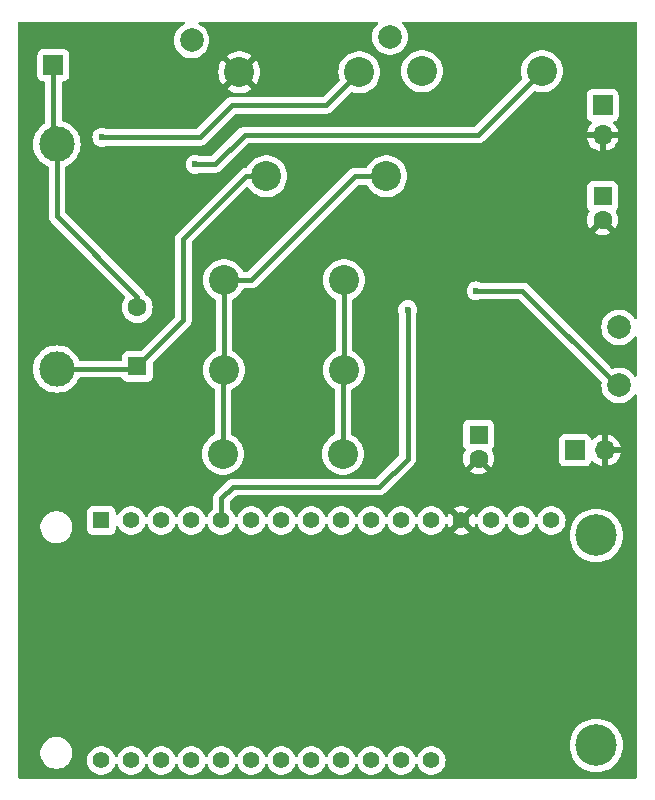
<source format=gbr>
%TF.GenerationSoftware,KiCad,Pcbnew,8.0.6*%
%TF.CreationDate,2025-02-20T03:10:46-08:00*%
%TF.ProjectId,ECE 412,45434520-3431-4322-9e6b-696361645f70,A*%
%TF.SameCoordinates,Original*%
%TF.FileFunction,Copper,L2,Bot*%
%TF.FilePolarity,Positive*%
%FSLAX46Y46*%
G04 Gerber Fmt 4.6, Leading zero omitted, Abs format (unit mm)*
G04 Created by KiCad (PCBNEW 8.0.6) date 2025-02-20 03:10:46*
%MOMM*%
%LPD*%
G01*
G04 APERTURE LIST*
%TA.AperFunction,ComponentPad*%
%ADD10C,2.000000*%
%TD*%
%TA.AperFunction,ComponentPad*%
%ADD11C,2.540000*%
%TD*%
%TA.AperFunction,ComponentPad*%
%ADD12R,1.700000X1.700000*%
%TD*%
%TA.AperFunction,ComponentPad*%
%ADD13O,1.700000X1.700000*%
%TD*%
%TA.AperFunction,ComponentPad*%
%ADD14R,1.600000X1.600000*%
%TD*%
%TA.AperFunction,ComponentPad*%
%ADD15C,1.600000*%
%TD*%
%TA.AperFunction,ComponentPad*%
%ADD16C,3.000000*%
%TD*%
%TA.AperFunction,ComponentPad*%
%ADD17R,1.408000X1.408000*%
%TD*%
%TA.AperFunction,ComponentPad*%
%ADD18C,1.408000*%
%TD*%
%TA.AperFunction,ComponentPad*%
%ADD19C,3.516000*%
%TD*%
%TA.AperFunction,ViaPad*%
%ADD20C,0.600000*%
%TD*%
%TA.AperFunction,Conductor*%
%ADD21C,0.400000*%
%TD*%
%TA.AperFunction,Conductor*%
%ADD22C,0.200000*%
%TD*%
G04 APERTURE END LIST*
D10*
%TO.P,TP4,1,1*%
%TO.N,Net-(U2-MISO{slash}IO19)*%
X184500000Y-83300000D03*
%TD*%
%TO.P,TP3,1,1*%
%TO.N,Net-(U4-OUTB)*%
X184500000Y-78400000D03*
%TD*%
%TO.P,TP2,1,1*%
%TO.N,Net-(U4-OUTA)*%
X148300000Y-54100000D03*
%TD*%
%TO.P,TP1,1,1*%
%TO.N,/4.5V*%
X165100000Y-53800000D03*
%TD*%
D11*
%TO.P,R4,1*%
%TO.N,Net-(U4-NEGB)*%
X164780000Y-65600000D03*
%TO.P,R4,2*%
%TO.N,Net-(U4-OUTA)*%
X154620000Y-65600000D03*
%TD*%
%TO.P,R2,1*%
%TO.N,/4.5V*%
X162500000Y-56800000D03*
%TO.P,R2,2*%
%TO.N,GND*%
X152340000Y-56800000D03*
%TD*%
D12*
%TO.P,J2,1,Pin_1*%
%TO.N,/3.3V*%
X180760000Y-88800000D03*
D13*
%TO.P,J2,2,Pin_2*%
%TO.N,GND*%
X183300000Y-88800000D03*
%TD*%
D14*
%TO.P,C4,1*%
%TO.N,Net-(U5-REFCAP)*%
X172600000Y-87500000D03*
D15*
%TO.P,C4,2*%
%TO.N,GND*%
X172600000Y-89500000D03*
%TD*%
D11*
%TO.P,R1,1*%
%TO.N,Net-(U4-V+)*%
X177980000Y-56700000D03*
%TO.P,R1,2*%
%TO.N,/4.5V*%
X167820000Y-56700000D03*
%TD*%
D16*
%TO.P,R3,1*%
%TO.N,Net-(U4-OUTA)*%
X136900000Y-81924974D03*
%TO.P,R3,2*%
%TO.N,/Faraday Cup*%
X136900000Y-62892974D03*
%TD*%
D11*
%TO.P,R6,1*%
%TO.N,Net-(U4-OUTB)*%
X161200000Y-82000000D03*
%TO.P,R6,2*%
%TO.N,Net-(U4-NEGB)*%
X151040000Y-82000000D03*
%TD*%
%TO.P,R7,1*%
%TO.N,Net-(U4-OUTB)*%
X161120000Y-89100000D03*
%TO.P,R7,2*%
%TO.N,Net-(U4-NEGB)*%
X150960000Y-89100000D03*
%TD*%
D14*
%TO.P,C3,1*%
%TO.N,Net-(U4-V+)*%
X183100000Y-67300000D03*
D15*
%TO.P,C3,2*%
%TO.N,GND*%
X183100000Y-69300000D03*
%TD*%
D12*
%TO.P,J1,1,Pin_1*%
%TO.N,/Faraday Cup*%
X136600000Y-56200000D03*
%TD*%
%TO.P,Vbat1,1,+*%
%TO.N,Net-(U4-V+)*%
X183100000Y-59600000D03*
D13*
%TO.P,Vbat1,2,-*%
%TO.N,GND*%
X183100000Y-62140000D03*
%TD*%
D14*
%TO.P,C5,1*%
%TO.N,Net-(U4-OUTA)*%
X143700000Y-81700000D03*
D15*
%TO.P,C5,2*%
%TO.N,/Faraday Cup*%
X143700000Y-76700000D03*
%TD*%
D17*
%TO.P,U2,1,IO21*%
%TO.N,Net-(U2-IO21)*%
X140660000Y-94740000D03*
D18*
%TO.P,U2,2,TX/IO17*%
%TO.N,Net-(DS1-D{slash}~{C})*%
X143200000Y-94740000D03*
%TO.P,U2,3,RX/IO16*%
%TO.N,Net-(DS1-~{RES})*%
X145740000Y-94740000D03*
%TO.P,U2,4,MISO/IO19*%
%TO.N,Net-(U2-MISO{slash}IO19)*%
X148280000Y-94740000D03*
%TO.P,U2,5,MOSI/IO18*%
%TO.N,Net-(DS1-D5)*%
X150820000Y-94740000D03*
%TO.P,U2,6,SCK/IO5*%
%TO.N,Net-(DS1-D4)*%
X153360000Y-94740000D03*
%TO.P,U2,7,A5/IO4*%
%TO.N,unconnected-(U2-A5{slash}IO4-Pad7)*%
X155900000Y-94740000D03*
%TO.P,U2,8,A4/IO36*%
%TO.N,unconnected-(U2-A4{slash}IO36-Pad8)*%
X158440000Y-94740000D03*
%TO.P,U2,9,A3/IO39*%
%TO.N,unconnected-(U2-A3{slash}IO39-Pad9)*%
X160980000Y-94740000D03*
%TO.P,U2,10,A2/IO34*%
%TO.N,unconnected-(U2-A2{slash}IO34-Pad10)*%
X163520000Y-94740000D03*
%TO.P,U2,11,A1_DAC1*%
%TO.N,unconnected-(U2-A1_DAC1-Pad11)*%
X166060000Y-94740000D03*
%TO.P,U2,12,A0_DAC2*%
%TO.N,unconnected-(U2-A0_DAC2-Pad12)*%
X168600000Y-94740000D03*
%TO.P,U2,13,GND*%
%TO.N,GND*%
X171140000Y-94740000D03*
%TO.P,U2,14,NC*%
%TO.N,unconnected-(U2-NC-Pad14)*%
X173680000Y-94740000D03*
%TO.P,U2,15,3V*%
%TO.N,/3.3V*%
X176220000Y-94740000D03*
%TO.P,U2,16,RST*%
%TO.N,unconnected-(U2-RST-Pad16)*%
X178760000Y-94740000D03*
%TO.P,U2,17,VBAT*%
%TO.N,unconnected-(U2-VBAT-Pad17)*%
X168600000Y-115060000D03*
%TO.P,U2,18,EN*%
%TO.N,unconnected-(U2-EN-Pad18)*%
X166060000Y-115060000D03*
%TO.P,U2,19,VBUS*%
%TO.N,unconnected-(U2-VBUS-Pad19)*%
X163520000Y-115060000D03*
%TO.P,U2,20,A12/IO13*%
%TO.N,unconnected-(U2-A12{slash}IO13-Pad20)*%
X160980000Y-115060000D03*
%TO.P,U2,21,A11/IO12*%
%TO.N,unconnected-(U2-A11{slash}IO12-Pad21)*%
X158440000Y-115060000D03*
%TO.P,U2,22,A10/IO27*%
%TO.N,unconnected-(U2-A10{slash}IO27-Pad22)*%
X155900000Y-115060000D03*
%TO.P,U2,23,A9/IO33*%
%TO.N,unconnected-(U2-A9{slash}IO33-Pad23)*%
X153360000Y-115060000D03*
%TO.P,U2,24,A8/IO15*%
%TO.N,unconnected-(U2-A8{slash}IO15-Pad24)*%
X150820000Y-115060000D03*
%TO.P,U2,25,A7/IO32*%
%TO.N,unconnected-(U2-A7{slash}IO32-Pad25)*%
X148280000Y-115060000D03*
%TO.P,U2,26,A6/IO14*%
%TO.N,unconnected-(U2-A6{slash}IO14-Pad26)*%
X145740000Y-115060000D03*
%TO.P,U2,27,SCL/IO22*%
%TO.N,Net-(DS1-~{CS})*%
X143200000Y-115060000D03*
%TO.P,U2,28,SDA/IO23*%
%TO.N,unconnected-(U2-SDA{slash}IO23-Pad28)*%
X140660000Y-115060000D03*
D19*
%TO.P,U2,P1*%
%TO.N,N/C*%
X182570000Y-96010000D03*
%TO.P,U2,P2*%
X182570000Y-113790000D03*
%TD*%
D11*
%TO.P,R5,1*%
%TO.N,Net-(U4-OUTB)*%
X161200000Y-74400000D03*
%TO.P,R5,2*%
%TO.N,Net-(U4-NEGB)*%
X151040000Y-74400000D03*
%TD*%
D20*
%TO.N,Net-(U2-MISO{slash}IO19)*%
X172400000Y-75300000D03*
%TO.N,GND*%
X140900000Y-59600000D03*
X184900000Y-54800000D03*
X179200000Y-115500000D03*
X135700000Y-111600000D03*
X134800000Y-88000000D03*
X184600000Y-92100000D03*
X134900000Y-60000000D03*
X148400000Y-56700000D03*
X172300000Y-73200000D03*
%TO.N,Net-(DS1-D5)*%
X166600000Y-76900000D03*
%TO.N,/4.5V*%
X140700000Y-62300000D03*
%TO.N,Net-(U4-V+)*%
X148600000Y-64600000D03*
%TD*%
D21*
%TO.N,Net-(U2-MISO{slash}IO19)*%
X184300000Y-83300000D02*
X184500000Y-83300000D01*
X176300000Y-75300000D02*
X184300000Y-83300000D01*
X172400000Y-75300000D02*
X176300000Y-75300000D01*
%TO.N,Net-(U4-OUTA)*%
X136900000Y-81924974D02*
X143475026Y-81924974D01*
X147600000Y-70900000D02*
X147600000Y-77800000D01*
X152900000Y-65600000D02*
X147600000Y-70900000D01*
X154620000Y-65600000D02*
X152900000Y-65600000D01*
X136130000Y-81041000D02*
X136035000Y-80946000D01*
X147600000Y-77800000D02*
X143700000Y-81700000D01*
X143475026Y-81924974D02*
X143700000Y-81700000D01*
%TO.N,/Faraday Cup*%
X136600000Y-56200000D02*
X136600000Y-62592974D01*
X136900000Y-62892974D02*
X136900000Y-69000000D01*
X136900000Y-69000000D02*
X143700000Y-75800000D01*
X143700000Y-75800000D02*
X143700000Y-76700000D01*
%TO.N,Net-(DS1-D5)*%
X166600000Y-76900000D02*
X166600000Y-89500000D01*
X150820000Y-92880000D02*
X150820000Y-94740000D01*
X166600000Y-89500000D02*
X164200000Y-91900000D01*
X164200000Y-91900000D02*
X151800000Y-91900000D01*
X151800000Y-91900000D02*
X150820000Y-92880000D01*
%TO.N,/4.5V*%
X149000000Y-62300000D02*
X151700000Y-59600000D01*
X151700000Y-59600000D02*
X159700000Y-59600000D01*
X159700000Y-59600000D02*
X162500000Y-56800000D01*
X140700000Y-62300000D02*
X149000000Y-62300000D01*
D22*
%TO.N,Net-(U4-NEGB)*%
X150960000Y-82080000D02*
X151040000Y-82000000D01*
D21*
X153300000Y-74400000D02*
X151040000Y-74400000D01*
X164780000Y-65600000D02*
X162100000Y-65600000D01*
X162100000Y-65600000D02*
X153300000Y-74400000D01*
X150960000Y-89100000D02*
X150960000Y-82080000D01*
X151040000Y-82000000D02*
X151040000Y-74400000D01*
%TO.N,Net-(U4-OUTB)*%
X161120000Y-89100000D02*
X161120000Y-82080000D01*
X161200000Y-78400000D02*
X161200000Y-82000000D01*
D22*
X161120000Y-82080000D02*
X161200000Y-82000000D01*
D21*
X161200000Y-74400000D02*
X161200000Y-78400000D01*
%TO.N,Net-(U4-V+)*%
X172580000Y-62100000D02*
X177980000Y-56700000D01*
X150300000Y-64600000D02*
X152800000Y-62100000D01*
X148600000Y-64600000D02*
X150300000Y-64600000D01*
X152800000Y-62100000D02*
X172580000Y-62100000D01*
%TD*%
%TA.AperFunction,Conductor*%
%TO.N,GND*%
G36*
X147680330Y-52520185D02*
G01*
X147726085Y-52572989D01*
X147736029Y-52642147D01*
X147707004Y-52705703D01*
X147672308Y-52733555D01*
X147476496Y-52839522D01*
X147476494Y-52839523D01*
X147280257Y-52992261D01*
X147111833Y-53175217D01*
X146975826Y-53383393D01*
X146875936Y-53611118D01*
X146814892Y-53852175D01*
X146814890Y-53852187D01*
X146794357Y-54099994D01*
X146794357Y-54100005D01*
X146814890Y-54347812D01*
X146814892Y-54347824D01*
X146875936Y-54588881D01*
X146975826Y-54816606D01*
X147111833Y-55024782D01*
X147111836Y-55024785D01*
X147280256Y-55207738D01*
X147476491Y-55360474D01*
X147695190Y-55478828D01*
X147930386Y-55559571D01*
X148175665Y-55600500D01*
X148424335Y-55600500D01*
X148669614Y-55559571D01*
X148904810Y-55478828D01*
X149123509Y-55360474D01*
X149319744Y-55207738D01*
X149488164Y-55024785D01*
X149624173Y-54816607D01*
X149724063Y-54588881D01*
X149785108Y-54347821D01*
X149805643Y-54100000D01*
X149801319Y-54047821D01*
X149785109Y-53852187D01*
X149785107Y-53852175D01*
X149724063Y-53611118D01*
X149624173Y-53383393D01*
X149488166Y-53175217D01*
X149466557Y-53151744D01*
X149319744Y-52992262D01*
X149123509Y-52839526D01*
X149123508Y-52839525D01*
X149123505Y-52839523D01*
X149123503Y-52839522D01*
X148927692Y-52733555D01*
X148878101Y-52684335D01*
X148862993Y-52616119D01*
X148887163Y-52550563D01*
X148942939Y-52508482D01*
X148986709Y-52500500D01*
X163974094Y-52500500D01*
X164041133Y-52520185D01*
X164086888Y-52572989D01*
X164096832Y-52642147D01*
X164067807Y-52705703D01*
X164065339Y-52708465D01*
X164042243Y-52733555D01*
X163911833Y-52875217D01*
X163775826Y-53083393D01*
X163675936Y-53311118D01*
X163614892Y-53552175D01*
X163614890Y-53552187D01*
X163594357Y-53799994D01*
X163594357Y-53800005D01*
X163614890Y-54047812D01*
X163614892Y-54047824D01*
X163675936Y-54288881D01*
X163775826Y-54516606D01*
X163911833Y-54724782D01*
X163911836Y-54724785D01*
X164080256Y-54907738D01*
X164276491Y-55060474D01*
X164293245Y-55069541D01*
X164436868Y-55147266D01*
X164495190Y-55178828D01*
X164730386Y-55259571D01*
X164975665Y-55300500D01*
X165224335Y-55300500D01*
X165469614Y-55259571D01*
X165704810Y-55178828D01*
X165923509Y-55060474D01*
X166119744Y-54907738D01*
X166288164Y-54724785D01*
X166424173Y-54516607D01*
X166524063Y-54288881D01*
X166585108Y-54047821D01*
X166601319Y-53852187D01*
X166605643Y-53800005D01*
X166605643Y-53799994D01*
X166585109Y-53552187D01*
X166585107Y-53552175D01*
X166524063Y-53311118D01*
X166424173Y-53083393D01*
X166288166Y-52875217D01*
X166249603Y-52833326D01*
X166134675Y-52708481D01*
X166103754Y-52645828D01*
X166111614Y-52576402D01*
X166155761Y-52522247D01*
X166222179Y-52500556D01*
X166225906Y-52500500D01*
X185875500Y-52500500D01*
X185942539Y-52520185D01*
X185988294Y-52572989D01*
X185999500Y-52624500D01*
X185999500Y-77535241D01*
X185979815Y-77602280D01*
X185927011Y-77648035D01*
X185857853Y-77657979D01*
X185794297Y-77628954D01*
X185771691Y-77603063D01*
X185734515Y-77546161D01*
X185688164Y-77475215D01*
X185519744Y-77292262D01*
X185323509Y-77139526D01*
X185323507Y-77139525D01*
X185323506Y-77139524D01*
X185104811Y-77021172D01*
X185104802Y-77021169D01*
X184869616Y-76940429D01*
X184624335Y-76899500D01*
X184375665Y-76899500D01*
X184130383Y-76940429D01*
X183895197Y-77021169D01*
X183895188Y-77021172D01*
X183676493Y-77139524D01*
X183480257Y-77292261D01*
X183311833Y-77475217D01*
X183175826Y-77683393D01*
X183075936Y-77911118D01*
X183014892Y-78152175D01*
X183014890Y-78152187D01*
X182994357Y-78399994D01*
X182994357Y-78400005D01*
X183014890Y-78647812D01*
X183014892Y-78647824D01*
X183075936Y-78888881D01*
X183175826Y-79116606D01*
X183311833Y-79324782D01*
X183311836Y-79324785D01*
X183480256Y-79507738D01*
X183676491Y-79660474D01*
X183895190Y-79778828D01*
X184130386Y-79859571D01*
X184375665Y-79900500D01*
X184624335Y-79900500D01*
X184869614Y-79859571D01*
X185104810Y-79778828D01*
X185323509Y-79660474D01*
X185519744Y-79507738D01*
X185688164Y-79324785D01*
X185771691Y-79196937D01*
X185824837Y-79151580D01*
X185894069Y-79142156D01*
X185957404Y-79171658D01*
X185994736Y-79230718D01*
X185999500Y-79264758D01*
X185999500Y-82435241D01*
X185979815Y-82502280D01*
X185927011Y-82548035D01*
X185857853Y-82557979D01*
X185794297Y-82528954D01*
X185771691Y-82503063D01*
X185763164Y-82490011D01*
X185688164Y-82375215D01*
X185519744Y-82192262D01*
X185323509Y-82039526D01*
X185323507Y-82039525D01*
X185323506Y-82039524D01*
X185104811Y-81921172D01*
X185104802Y-81921169D01*
X184869616Y-81840429D01*
X184624335Y-81799500D01*
X184375665Y-81799500D01*
X184130388Y-81840428D01*
X183980784Y-81891786D01*
X183910985Y-81894935D01*
X183852841Y-81862185D01*
X176746546Y-74755888D01*
X176746545Y-74755887D01*
X176631807Y-74679222D01*
X176504332Y-74626421D01*
X176504322Y-74626418D01*
X176368996Y-74599500D01*
X176368994Y-74599500D01*
X176368993Y-74599500D01*
X172825494Y-74599500D01*
X172759523Y-74580494D01*
X172749525Y-74574212D01*
X172579254Y-74514631D01*
X172579249Y-74514630D01*
X172400004Y-74494435D01*
X172399996Y-74494435D01*
X172220750Y-74514630D01*
X172220745Y-74514631D01*
X172050476Y-74574211D01*
X171897737Y-74670184D01*
X171770184Y-74797737D01*
X171674211Y-74950476D01*
X171614631Y-75120745D01*
X171614630Y-75120750D01*
X171594435Y-75299996D01*
X171594435Y-75300003D01*
X171614630Y-75479249D01*
X171614631Y-75479254D01*
X171674211Y-75649523D01*
X171734812Y-75745968D01*
X171770184Y-75802262D01*
X171897738Y-75929816D01*
X171988080Y-75986582D01*
X172050474Y-76025787D01*
X172050478Y-76025789D01*
X172093320Y-76040780D01*
X172220745Y-76085368D01*
X172220750Y-76085369D01*
X172399996Y-76105565D01*
X172400000Y-76105565D01*
X172400004Y-76105565D01*
X172579249Y-76085369D01*
X172579252Y-76085368D01*
X172579255Y-76085368D01*
X172749522Y-76025789D01*
X172750488Y-76025181D01*
X172759523Y-76019506D01*
X172825494Y-76000500D01*
X175958481Y-76000500D01*
X176025520Y-76020185D01*
X176046162Y-76036819D01*
X182977818Y-82968474D01*
X183011303Y-83029797D01*
X183013714Y-83066395D01*
X183002012Y-83207624D01*
X182994357Y-83300005D01*
X183014890Y-83547812D01*
X183014892Y-83547824D01*
X183075936Y-83788881D01*
X183175826Y-84016606D01*
X183311833Y-84224782D01*
X183311836Y-84224785D01*
X183480256Y-84407738D01*
X183676491Y-84560474D01*
X183895190Y-84678828D01*
X184130386Y-84759571D01*
X184375665Y-84800500D01*
X184624335Y-84800500D01*
X184869614Y-84759571D01*
X185104810Y-84678828D01*
X185323509Y-84560474D01*
X185519744Y-84407738D01*
X185688164Y-84224785D01*
X185771691Y-84096937D01*
X185824837Y-84051580D01*
X185894069Y-84042156D01*
X185957404Y-84071658D01*
X185994736Y-84130718D01*
X185999500Y-84164758D01*
X185999500Y-116475500D01*
X185979815Y-116542539D01*
X185927011Y-116588294D01*
X185875500Y-116599500D01*
X133724500Y-116599500D01*
X133657461Y-116579815D01*
X133611706Y-116527011D01*
X133600500Y-116475500D01*
X133600500Y-114318713D01*
X135499500Y-114318713D01*
X135499500Y-114531286D01*
X135532080Y-114736991D01*
X135532754Y-114741243D01*
X135591381Y-114921678D01*
X135598444Y-114943414D01*
X135694951Y-115132820D01*
X135819890Y-115304786D01*
X135970213Y-115455109D01*
X136142179Y-115580048D01*
X136142181Y-115580049D01*
X136142184Y-115580051D01*
X136331588Y-115676557D01*
X136533757Y-115742246D01*
X136743713Y-115775500D01*
X136743714Y-115775500D01*
X136956286Y-115775500D01*
X136956287Y-115775500D01*
X137166243Y-115742246D01*
X137368412Y-115676557D01*
X137557816Y-115580051D01*
X137579789Y-115564086D01*
X137729786Y-115455109D01*
X137729788Y-115455106D01*
X137729792Y-115455104D01*
X137880104Y-115304792D01*
X137880106Y-115304788D01*
X137880109Y-115304786D01*
X138005048Y-115132820D01*
X138005047Y-115132820D01*
X138005051Y-115132816D01*
X138042153Y-115059999D01*
X139450340Y-115059999D01*
X139450340Y-115060000D01*
X139470936Y-115282273D01*
X139470937Y-115282276D01*
X139532023Y-115496975D01*
X139532026Y-115496981D01*
X139621443Y-115676555D01*
X139631526Y-115696804D01*
X139766050Y-115874943D01*
X139931017Y-116025330D01*
X139931024Y-116025334D01*
X139931025Y-116025335D01*
X140120804Y-116142841D01*
X140120805Y-116142841D01*
X140120808Y-116142843D01*
X140328961Y-116223482D01*
X140548387Y-116264500D01*
X140548389Y-116264500D01*
X140771611Y-116264500D01*
X140771613Y-116264500D01*
X140991039Y-116223482D01*
X141199192Y-116142843D01*
X141388983Y-116025330D01*
X141553950Y-115874943D01*
X141688474Y-115696804D01*
X141787974Y-115496980D01*
X141810733Y-115416987D01*
X141848012Y-115357895D01*
X141911322Y-115328337D01*
X141980562Y-115337699D01*
X142033748Y-115383008D01*
X142049267Y-115416989D01*
X142072026Y-115496982D01*
X142161443Y-115676555D01*
X142171526Y-115696804D01*
X142306050Y-115874943D01*
X142471017Y-116025330D01*
X142471024Y-116025334D01*
X142471025Y-116025335D01*
X142660804Y-116142841D01*
X142660805Y-116142841D01*
X142660808Y-116142843D01*
X142868961Y-116223482D01*
X143088387Y-116264500D01*
X143088389Y-116264500D01*
X143311611Y-116264500D01*
X143311613Y-116264500D01*
X143531039Y-116223482D01*
X143739192Y-116142843D01*
X143928983Y-116025330D01*
X144093950Y-115874943D01*
X144228474Y-115696804D01*
X144327974Y-115496980D01*
X144350733Y-115416987D01*
X144388012Y-115357895D01*
X144451322Y-115328337D01*
X144520562Y-115337699D01*
X144573748Y-115383008D01*
X144589267Y-115416989D01*
X144612026Y-115496982D01*
X144701443Y-115676555D01*
X144711526Y-115696804D01*
X144846050Y-115874943D01*
X145011017Y-116025330D01*
X145011024Y-116025334D01*
X145011025Y-116025335D01*
X145200804Y-116142841D01*
X145200805Y-116142841D01*
X145200808Y-116142843D01*
X145408961Y-116223482D01*
X145628387Y-116264500D01*
X145628389Y-116264500D01*
X145851611Y-116264500D01*
X145851613Y-116264500D01*
X146071039Y-116223482D01*
X146279192Y-116142843D01*
X146468983Y-116025330D01*
X146633950Y-115874943D01*
X146768474Y-115696804D01*
X146867974Y-115496980D01*
X146890733Y-115416987D01*
X146928012Y-115357895D01*
X146991322Y-115328337D01*
X147060562Y-115337699D01*
X147113748Y-115383008D01*
X147129267Y-115416989D01*
X147152026Y-115496982D01*
X147241443Y-115676555D01*
X147251526Y-115696804D01*
X147386050Y-115874943D01*
X147551017Y-116025330D01*
X147551024Y-116025334D01*
X147551025Y-116025335D01*
X147740804Y-116142841D01*
X147740805Y-116142841D01*
X147740808Y-116142843D01*
X147948961Y-116223482D01*
X148168387Y-116264500D01*
X148168389Y-116264500D01*
X148391611Y-116264500D01*
X148391613Y-116264500D01*
X148611039Y-116223482D01*
X148819192Y-116142843D01*
X149008983Y-116025330D01*
X149173950Y-115874943D01*
X149308474Y-115696804D01*
X149407974Y-115496980D01*
X149430733Y-115416987D01*
X149468012Y-115357895D01*
X149531322Y-115328337D01*
X149600562Y-115337699D01*
X149653748Y-115383008D01*
X149669267Y-115416989D01*
X149692026Y-115496982D01*
X149781443Y-115676555D01*
X149791526Y-115696804D01*
X149926050Y-115874943D01*
X150091017Y-116025330D01*
X150091024Y-116025334D01*
X150091025Y-116025335D01*
X150280804Y-116142841D01*
X150280805Y-116142841D01*
X150280808Y-116142843D01*
X150488961Y-116223482D01*
X150708387Y-116264500D01*
X150708389Y-116264500D01*
X150931611Y-116264500D01*
X150931613Y-116264500D01*
X151151039Y-116223482D01*
X151359192Y-116142843D01*
X151548983Y-116025330D01*
X151713950Y-115874943D01*
X151848474Y-115696804D01*
X151947974Y-115496980D01*
X151970733Y-115416987D01*
X152008012Y-115357895D01*
X152071322Y-115328337D01*
X152140562Y-115337699D01*
X152193748Y-115383008D01*
X152209267Y-115416989D01*
X152232026Y-115496982D01*
X152321443Y-115676555D01*
X152331526Y-115696804D01*
X152466050Y-115874943D01*
X152631017Y-116025330D01*
X152631024Y-116025334D01*
X152631025Y-116025335D01*
X152820804Y-116142841D01*
X152820805Y-116142841D01*
X152820808Y-116142843D01*
X153028961Y-116223482D01*
X153248387Y-116264500D01*
X153248389Y-116264500D01*
X153471611Y-116264500D01*
X153471613Y-116264500D01*
X153691039Y-116223482D01*
X153899192Y-116142843D01*
X154088983Y-116025330D01*
X154253950Y-115874943D01*
X154388474Y-115696804D01*
X154487974Y-115496980D01*
X154510733Y-115416987D01*
X154548012Y-115357895D01*
X154611322Y-115328337D01*
X154680562Y-115337699D01*
X154733748Y-115383008D01*
X154749267Y-115416989D01*
X154772026Y-115496982D01*
X154861443Y-115676555D01*
X154871526Y-115696804D01*
X155006050Y-115874943D01*
X155171017Y-116025330D01*
X155171024Y-116025334D01*
X155171025Y-116025335D01*
X155360804Y-116142841D01*
X155360805Y-116142841D01*
X155360808Y-116142843D01*
X155568961Y-116223482D01*
X155788387Y-116264500D01*
X155788389Y-116264500D01*
X156011611Y-116264500D01*
X156011613Y-116264500D01*
X156231039Y-116223482D01*
X156439192Y-116142843D01*
X156628983Y-116025330D01*
X156793950Y-115874943D01*
X156928474Y-115696804D01*
X157027974Y-115496980D01*
X157050733Y-115416987D01*
X157088012Y-115357895D01*
X157151322Y-115328337D01*
X157220562Y-115337699D01*
X157273748Y-115383008D01*
X157289267Y-115416989D01*
X157312026Y-115496982D01*
X157401443Y-115676555D01*
X157411526Y-115696804D01*
X157546050Y-115874943D01*
X157711017Y-116025330D01*
X157711024Y-116025334D01*
X157711025Y-116025335D01*
X157900804Y-116142841D01*
X157900805Y-116142841D01*
X157900808Y-116142843D01*
X158108961Y-116223482D01*
X158328387Y-116264500D01*
X158328389Y-116264500D01*
X158551611Y-116264500D01*
X158551613Y-116264500D01*
X158771039Y-116223482D01*
X158979192Y-116142843D01*
X159168983Y-116025330D01*
X159333950Y-115874943D01*
X159468474Y-115696804D01*
X159567974Y-115496980D01*
X159590733Y-115416987D01*
X159628012Y-115357895D01*
X159691322Y-115328337D01*
X159760562Y-115337699D01*
X159813748Y-115383008D01*
X159829267Y-115416989D01*
X159852026Y-115496982D01*
X159941443Y-115676555D01*
X159951526Y-115696804D01*
X160086050Y-115874943D01*
X160251017Y-116025330D01*
X160251024Y-116025334D01*
X160251025Y-116025335D01*
X160440804Y-116142841D01*
X160440805Y-116142841D01*
X160440808Y-116142843D01*
X160648961Y-116223482D01*
X160868387Y-116264500D01*
X160868389Y-116264500D01*
X161091611Y-116264500D01*
X161091613Y-116264500D01*
X161311039Y-116223482D01*
X161519192Y-116142843D01*
X161708983Y-116025330D01*
X161873950Y-115874943D01*
X162008474Y-115696804D01*
X162107974Y-115496980D01*
X162130733Y-115416987D01*
X162168012Y-115357895D01*
X162231322Y-115328337D01*
X162300562Y-115337699D01*
X162353748Y-115383008D01*
X162369267Y-115416989D01*
X162392026Y-115496982D01*
X162481443Y-115676555D01*
X162491526Y-115696804D01*
X162626050Y-115874943D01*
X162791017Y-116025330D01*
X162791024Y-116025334D01*
X162791025Y-116025335D01*
X162980804Y-116142841D01*
X162980805Y-116142841D01*
X162980808Y-116142843D01*
X163188961Y-116223482D01*
X163408387Y-116264500D01*
X163408389Y-116264500D01*
X163631611Y-116264500D01*
X163631613Y-116264500D01*
X163851039Y-116223482D01*
X164059192Y-116142843D01*
X164248983Y-116025330D01*
X164413950Y-115874943D01*
X164548474Y-115696804D01*
X164647974Y-115496980D01*
X164670733Y-115416987D01*
X164708012Y-115357895D01*
X164771322Y-115328337D01*
X164840562Y-115337699D01*
X164893748Y-115383008D01*
X164909267Y-115416989D01*
X164932026Y-115496982D01*
X165021443Y-115676555D01*
X165031526Y-115696804D01*
X165166050Y-115874943D01*
X165331017Y-116025330D01*
X165331024Y-116025334D01*
X165331025Y-116025335D01*
X165520804Y-116142841D01*
X165520805Y-116142841D01*
X165520808Y-116142843D01*
X165728961Y-116223482D01*
X165948387Y-116264500D01*
X165948389Y-116264500D01*
X166171611Y-116264500D01*
X166171613Y-116264500D01*
X166391039Y-116223482D01*
X166599192Y-116142843D01*
X166788983Y-116025330D01*
X166953950Y-115874943D01*
X167088474Y-115696804D01*
X167187974Y-115496980D01*
X167210733Y-115416987D01*
X167248012Y-115357895D01*
X167311322Y-115328337D01*
X167380562Y-115337699D01*
X167433748Y-115383008D01*
X167449267Y-115416989D01*
X167472026Y-115496982D01*
X167561443Y-115676555D01*
X167571526Y-115696804D01*
X167706050Y-115874943D01*
X167871017Y-116025330D01*
X167871024Y-116025334D01*
X167871025Y-116025335D01*
X168060804Y-116142841D01*
X168060805Y-116142841D01*
X168060808Y-116142843D01*
X168268961Y-116223482D01*
X168488387Y-116264500D01*
X168488389Y-116264500D01*
X168711611Y-116264500D01*
X168711613Y-116264500D01*
X168931039Y-116223482D01*
X169139192Y-116142843D01*
X169328983Y-116025330D01*
X169493950Y-115874943D01*
X169628474Y-115696804D01*
X169727974Y-115496980D01*
X169727974Y-115496977D01*
X169727976Y-115496975D01*
X169782656Y-115304792D01*
X169789063Y-115282274D01*
X169809660Y-115060000D01*
X169789063Y-114837726D01*
X169767547Y-114762104D01*
X169727976Y-114623024D01*
X169727973Y-114623018D01*
X169628474Y-114423196D01*
X169493950Y-114245057D01*
X169328983Y-114094670D01*
X169328979Y-114094667D01*
X169328974Y-114094664D01*
X169139195Y-113977158D01*
X169139189Y-113977156D01*
X168931039Y-113896518D01*
X168711613Y-113855500D01*
X168488387Y-113855500D01*
X168268961Y-113896518D01*
X168137328Y-113947512D01*
X168060810Y-113977156D01*
X168060804Y-113977158D01*
X167871025Y-114094664D01*
X167871015Y-114094671D01*
X167706051Y-114245055D01*
X167571526Y-114423195D01*
X167472026Y-114623018D01*
X167472023Y-114623024D01*
X167449266Y-114703011D01*
X167411987Y-114762104D01*
X167348678Y-114791662D01*
X167279438Y-114782300D01*
X167226252Y-114736991D01*
X167210734Y-114703011D01*
X167187976Y-114623024D01*
X167187973Y-114623018D01*
X167088474Y-114423196D01*
X166953950Y-114245057D01*
X166788983Y-114094670D01*
X166788979Y-114094667D01*
X166788974Y-114094664D01*
X166599195Y-113977158D01*
X166599189Y-113977156D01*
X166391039Y-113896518D01*
X166171613Y-113855500D01*
X165948387Y-113855500D01*
X165728961Y-113896518D01*
X165597328Y-113947512D01*
X165520810Y-113977156D01*
X165520804Y-113977158D01*
X165331025Y-114094664D01*
X165331015Y-114094671D01*
X165166051Y-114245055D01*
X165031526Y-114423195D01*
X164932026Y-114623018D01*
X164932023Y-114623024D01*
X164909266Y-114703011D01*
X164871987Y-114762104D01*
X164808678Y-114791662D01*
X164739438Y-114782300D01*
X164686252Y-114736991D01*
X164670734Y-114703011D01*
X164647976Y-114623024D01*
X164647973Y-114623018D01*
X164548474Y-114423196D01*
X164413950Y-114245057D01*
X164248983Y-114094670D01*
X164248979Y-114094667D01*
X164248974Y-114094664D01*
X164059195Y-113977158D01*
X164059189Y-113977156D01*
X163851039Y-113896518D01*
X163631613Y-113855500D01*
X163408387Y-113855500D01*
X163188961Y-113896518D01*
X163057328Y-113947512D01*
X162980810Y-113977156D01*
X162980804Y-113977158D01*
X162791025Y-114094664D01*
X162791015Y-114094671D01*
X162626051Y-114245055D01*
X162491526Y-114423195D01*
X162392026Y-114623018D01*
X162392023Y-114623024D01*
X162369266Y-114703011D01*
X162331987Y-114762104D01*
X162268678Y-114791662D01*
X162199438Y-114782300D01*
X162146252Y-114736991D01*
X162130734Y-114703011D01*
X162107976Y-114623024D01*
X162107973Y-114623018D01*
X162008474Y-114423196D01*
X161873950Y-114245057D01*
X161708983Y-114094670D01*
X161708979Y-114094667D01*
X161708974Y-114094664D01*
X161519195Y-113977158D01*
X161519189Y-113977156D01*
X161311039Y-113896518D01*
X161091613Y-113855500D01*
X160868387Y-113855500D01*
X160648961Y-113896518D01*
X160517328Y-113947512D01*
X160440810Y-113977156D01*
X160440804Y-113977158D01*
X160251025Y-114094664D01*
X160251015Y-114094671D01*
X160086051Y-114245055D01*
X159951526Y-114423195D01*
X159852026Y-114623018D01*
X159852023Y-114623024D01*
X159829266Y-114703011D01*
X159791987Y-114762104D01*
X159728678Y-114791662D01*
X159659438Y-114782300D01*
X159606252Y-114736991D01*
X159590734Y-114703011D01*
X159567976Y-114623024D01*
X159567973Y-114623018D01*
X159468474Y-114423196D01*
X159333950Y-114245057D01*
X159168983Y-114094670D01*
X159168979Y-114094667D01*
X159168974Y-114094664D01*
X158979195Y-113977158D01*
X158979189Y-113977156D01*
X158771039Y-113896518D01*
X158551613Y-113855500D01*
X158328387Y-113855500D01*
X158108961Y-113896518D01*
X157977328Y-113947512D01*
X157900810Y-113977156D01*
X157900804Y-113977158D01*
X157711025Y-114094664D01*
X157711015Y-114094671D01*
X157546051Y-114245055D01*
X157411526Y-114423195D01*
X157312026Y-114623018D01*
X157312023Y-114623024D01*
X157289266Y-114703011D01*
X157251987Y-114762104D01*
X157188678Y-114791662D01*
X157119438Y-114782300D01*
X157066252Y-114736991D01*
X157050734Y-114703011D01*
X157027976Y-114623024D01*
X157027973Y-114623018D01*
X156928474Y-114423196D01*
X156793950Y-114245057D01*
X156628983Y-114094670D01*
X156628979Y-114094667D01*
X156628974Y-114094664D01*
X156439195Y-113977158D01*
X156439189Y-113977156D01*
X156231039Y-113896518D01*
X156011613Y-113855500D01*
X155788387Y-113855500D01*
X155568961Y-113896518D01*
X155437328Y-113947512D01*
X155360810Y-113977156D01*
X155360804Y-113977158D01*
X155171025Y-114094664D01*
X155171015Y-114094671D01*
X155006051Y-114245055D01*
X154871526Y-114423195D01*
X154772026Y-114623018D01*
X154772023Y-114623024D01*
X154749266Y-114703011D01*
X154711987Y-114762104D01*
X154648678Y-114791662D01*
X154579438Y-114782300D01*
X154526252Y-114736991D01*
X154510734Y-114703011D01*
X154487976Y-114623024D01*
X154487973Y-114623018D01*
X154388474Y-114423196D01*
X154253950Y-114245057D01*
X154088983Y-114094670D01*
X154088979Y-114094667D01*
X154088974Y-114094664D01*
X153899195Y-113977158D01*
X153899189Y-113977156D01*
X153691039Y-113896518D01*
X153471613Y-113855500D01*
X153248387Y-113855500D01*
X153028961Y-113896518D01*
X152897328Y-113947512D01*
X152820810Y-113977156D01*
X152820804Y-113977158D01*
X152631025Y-114094664D01*
X152631015Y-114094671D01*
X152466051Y-114245055D01*
X152331526Y-114423195D01*
X152232026Y-114623018D01*
X152232023Y-114623024D01*
X152209266Y-114703011D01*
X152171987Y-114762104D01*
X152108678Y-114791662D01*
X152039438Y-114782300D01*
X151986252Y-114736991D01*
X151970734Y-114703011D01*
X151947976Y-114623024D01*
X151947973Y-114623018D01*
X151848474Y-114423196D01*
X151713950Y-114245057D01*
X151548983Y-114094670D01*
X151548979Y-114094667D01*
X151548974Y-114094664D01*
X151359195Y-113977158D01*
X151359189Y-113977156D01*
X151151039Y-113896518D01*
X150931613Y-113855500D01*
X150708387Y-113855500D01*
X150488961Y-113896518D01*
X150357328Y-113947512D01*
X150280810Y-113977156D01*
X150280804Y-113977158D01*
X150091025Y-114094664D01*
X150091015Y-114094671D01*
X149926051Y-114245055D01*
X149791526Y-114423195D01*
X149692026Y-114623018D01*
X149692023Y-114623024D01*
X149669266Y-114703011D01*
X149631987Y-114762104D01*
X149568678Y-114791662D01*
X149499438Y-114782300D01*
X149446252Y-114736991D01*
X149430734Y-114703011D01*
X149407976Y-114623024D01*
X149407973Y-114623018D01*
X149308474Y-114423196D01*
X149173950Y-114245057D01*
X149008983Y-114094670D01*
X149008979Y-114094667D01*
X149008974Y-114094664D01*
X148819195Y-113977158D01*
X148819189Y-113977156D01*
X148611039Y-113896518D01*
X148391613Y-113855500D01*
X148168387Y-113855500D01*
X147948961Y-113896518D01*
X147817328Y-113947512D01*
X147740810Y-113977156D01*
X147740804Y-113977158D01*
X147551025Y-114094664D01*
X147551015Y-114094671D01*
X147386051Y-114245055D01*
X147251526Y-114423195D01*
X147152026Y-114623018D01*
X147152023Y-114623024D01*
X147129266Y-114703011D01*
X147091987Y-114762104D01*
X147028678Y-114791662D01*
X146959438Y-114782300D01*
X146906252Y-114736991D01*
X146890734Y-114703011D01*
X146867976Y-114623024D01*
X146867973Y-114623018D01*
X146768474Y-114423196D01*
X146633950Y-114245057D01*
X146468983Y-114094670D01*
X146468979Y-114094667D01*
X146468974Y-114094664D01*
X146279195Y-113977158D01*
X146279189Y-113977156D01*
X146071039Y-113896518D01*
X145851613Y-113855500D01*
X145628387Y-113855500D01*
X145408961Y-113896518D01*
X145277328Y-113947512D01*
X145200810Y-113977156D01*
X145200804Y-113977158D01*
X145011025Y-114094664D01*
X145011015Y-114094671D01*
X144846051Y-114245055D01*
X144711526Y-114423195D01*
X144612026Y-114623018D01*
X144612023Y-114623024D01*
X144589266Y-114703011D01*
X144551987Y-114762104D01*
X144488678Y-114791662D01*
X144419438Y-114782300D01*
X144366252Y-114736991D01*
X144350734Y-114703011D01*
X144327976Y-114623024D01*
X144327973Y-114623018D01*
X144228474Y-114423196D01*
X144093950Y-114245057D01*
X143928983Y-114094670D01*
X143928979Y-114094667D01*
X143928974Y-114094664D01*
X143739195Y-113977158D01*
X143739189Y-113977156D01*
X143531039Y-113896518D01*
X143311613Y-113855500D01*
X143088387Y-113855500D01*
X142868961Y-113896518D01*
X142737328Y-113947512D01*
X142660810Y-113977156D01*
X142660804Y-113977158D01*
X142471025Y-114094664D01*
X142471015Y-114094671D01*
X142306051Y-114245055D01*
X142171526Y-114423195D01*
X142072026Y-114623018D01*
X142072023Y-114623024D01*
X142049266Y-114703011D01*
X142011987Y-114762104D01*
X141948678Y-114791662D01*
X141879438Y-114782300D01*
X141826252Y-114736991D01*
X141810734Y-114703011D01*
X141787976Y-114623024D01*
X141787973Y-114623018D01*
X141688474Y-114423196D01*
X141553950Y-114245057D01*
X141388983Y-114094670D01*
X141388979Y-114094667D01*
X141388974Y-114094664D01*
X141199195Y-113977158D01*
X141199189Y-113977156D01*
X140991039Y-113896518D01*
X140771613Y-113855500D01*
X140548387Y-113855500D01*
X140328961Y-113896518D01*
X140197328Y-113947512D01*
X140120810Y-113977156D01*
X140120804Y-113977158D01*
X139931025Y-114094664D01*
X139931015Y-114094671D01*
X139766051Y-114245055D01*
X139631526Y-114423195D01*
X139532026Y-114623018D01*
X139532023Y-114623024D01*
X139470937Y-114837723D01*
X139470936Y-114837726D01*
X139450340Y-115059999D01*
X138042153Y-115059999D01*
X138101557Y-114943412D01*
X138167246Y-114741243D01*
X138200500Y-114531287D01*
X138200500Y-114318713D01*
X138167246Y-114108757D01*
X138101557Y-113906588D01*
X138042153Y-113790000D01*
X180306654Y-113790000D01*
X180314295Y-113906588D01*
X180326017Y-114085424D01*
X180326018Y-114085436D01*
X180383774Y-114375789D01*
X180383779Y-114375809D01*
X180478937Y-114656137D01*
X180478941Y-114656147D01*
X180609879Y-114921663D01*
X180609888Y-114921678D01*
X180774368Y-115167839D01*
X180969572Y-115390427D01*
X181043328Y-115455109D01*
X181192162Y-115585633D01*
X181438327Y-115750115D01*
X181438330Y-115750116D01*
X181438336Y-115750120D01*
X181703852Y-115881058D01*
X181703862Y-115881062D01*
X181984190Y-115976220D01*
X181984194Y-115976221D01*
X181984203Y-115976224D01*
X182180493Y-116015269D01*
X182274563Y-116033981D01*
X182274564Y-116033981D01*
X182274574Y-116033983D01*
X182570000Y-116053346D01*
X182865426Y-116033983D01*
X183155797Y-115976224D01*
X183155809Y-115976220D01*
X183436137Y-115881062D01*
X183436147Y-115881058D01*
X183701663Y-115750120D01*
X183701663Y-115750119D01*
X183701673Y-115750115D01*
X183947838Y-115585633D01*
X184170427Y-115390427D01*
X184365633Y-115167838D01*
X184530115Y-114921673D01*
X184661059Y-114656145D01*
X184672304Y-114623020D01*
X184756220Y-114375809D01*
X184756220Y-114375808D01*
X184756224Y-114375797D01*
X184813983Y-114085426D01*
X184833346Y-113790000D01*
X184813983Y-113494574D01*
X184756224Y-113204203D01*
X184745783Y-113173444D01*
X184661062Y-112923862D01*
X184661058Y-112923852D01*
X184530120Y-112658336D01*
X184530111Y-112658321D01*
X184527894Y-112655003D01*
X184365633Y-112412162D01*
X184322864Y-112363393D01*
X184170427Y-112189572D01*
X183947839Y-111994368D01*
X183701678Y-111829888D01*
X183701663Y-111829879D01*
X183436147Y-111698941D01*
X183436137Y-111698937D01*
X183155809Y-111603779D01*
X183155789Y-111603774D01*
X182865436Y-111546018D01*
X182865427Y-111546017D01*
X182865426Y-111546017D01*
X182570000Y-111526654D01*
X182274574Y-111546017D01*
X182274573Y-111546017D01*
X182274563Y-111546018D01*
X181984210Y-111603774D01*
X181984190Y-111603779D01*
X181703862Y-111698937D01*
X181703852Y-111698941D01*
X181438336Y-111829879D01*
X181438321Y-111829888D01*
X181192160Y-111994368D01*
X180969572Y-112189572D01*
X180774368Y-112412160D01*
X180609888Y-112658321D01*
X180609879Y-112658336D01*
X180478941Y-112923852D01*
X180478937Y-112923862D01*
X180383779Y-113204190D01*
X180383774Y-113204210D01*
X180326018Y-113494563D01*
X180326017Y-113494573D01*
X180326017Y-113494574D01*
X180306654Y-113790000D01*
X138042153Y-113790000D01*
X138005051Y-113717184D01*
X138005049Y-113717181D01*
X138005048Y-113717179D01*
X137880109Y-113545213D01*
X137729786Y-113394890D01*
X137557820Y-113269951D01*
X137368414Y-113173444D01*
X137368413Y-113173443D01*
X137368412Y-113173443D01*
X137166243Y-113107754D01*
X137166241Y-113107753D01*
X137166240Y-113107753D01*
X137004957Y-113082208D01*
X136956287Y-113074500D01*
X136743713Y-113074500D01*
X136695042Y-113082208D01*
X136533760Y-113107753D01*
X136331585Y-113173444D01*
X136142179Y-113269951D01*
X135970213Y-113394890D01*
X135819890Y-113545213D01*
X135694951Y-113717179D01*
X135598444Y-113906585D01*
X135532753Y-114108760D01*
X135499500Y-114318713D01*
X133600500Y-114318713D01*
X133600500Y-95205213D01*
X135499500Y-95205213D01*
X135499500Y-95417786D01*
X135521223Y-95554943D01*
X135532754Y-95627743D01*
X135596145Y-95822841D01*
X135598444Y-95829914D01*
X135694951Y-96019320D01*
X135819890Y-96191286D01*
X135970213Y-96341609D01*
X136142179Y-96466548D01*
X136142181Y-96466549D01*
X136142184Y-96466551D01*
X136331588Y-96563057D01*
X136533757Y-96628746D01*
X136743713Y-96662000D01*
X136743714Y-96662000D01*
X136956286Y-96662000D01*
X136956287Y-96662000D01*
X137166243Y-96628746D01*
X137368412Y-96563057D01*
X137557816Y-96466551D01*
X137579789Y-96450586D01*
X137729786Y-96341609D01*
X137729788Y-96341606D01*
X137729792Y-96341604D01*
X137880104Y-96191292D01*
X137880106Y-96191288D01*
X137880109Y-96191286D01*
X138005048Y-96019320D01*
X138005047Y-96019320D01*
X138005051Y-96019316D01*
X138009798Y-96010000D01*
X180306654Y-96010000D01*
X180326017Y-96305424D01*
X180326018Y-96305436D01*
X180383774Y-96595789D01*
X180383779Y-96595809D01*
X180478937Y-96876137D01*
X180478941Y-96876147D01*
X180609879Y-97141663D01*
X180609888Y-97141678D01*
X180774368Y-97387839D01*
X180969572Y-97610427D01*
X181143393Y-97762864D01*
X181192162Y-97805633D01*
X181438327Y-97970115D01*
X181438330Y-97970116D01*
X181438336Y-97970120D01*
X181703852Y-98101058D01*
X181703862Y-98101062D01*
X181984190Y-98196220D01*
X181984194Y-98196221D01*
X181984203Y-98196224D01*
X182180493Y-98235269D01*
X182274563Y-98253981D01*
X182274564Y-98253981D01*
X182274574Y-98253983D01*
X182570000Y-98273346D01*
X182865426Y-98253983D01*
X183155797Y-98196224D01*
X183155809Y-98196220D01*
X183436137Y-98101062D01*
X183436147Y-98101058D01*
X183701663Y-97970120D01*
X183701663Y-97970119D01*
X183701673Y-97970115D01*
X183947838Y-97805633D01*
X184170427Y-97610427D01*
X184365633Y-97387838D01*
X184530115Y-97141673D01*
X184661059Y-96876145D01*
X184756224Y-96595797D01*
X184813983Y-96305426D01*
X184833346Y-96010000D01*
X184813983Y-95714574D01*
X184808364Y-95686328D01*
X184781542Y-95551483D01*
X184756224Y-95424203D01*
X184747385Y-95398163D01*
X184661062Y-95143862D01*
X184661058Y-95143852D01*
X184530120Y-94878336D01*
X184530111Y-94878321D01*
X184398102Y-94680756D01*
X184365633Y-94632162D01*
X184265275Y-94517726D01*
X184170427Y-94409572D01*
X183947839Y-94214368D01*
X183701678Y-94049888D01*
X183701663Y-94049879D01*
X183436147Y-93918941D01*
X183436137Y-93918937D01*
X183155809Y-93823779D01*
X183155789Y-93823774D01*
X182865436Y-93766018D01*
X182865427Y-93766017D01*
X182865426Y-93766017D01*
X182570000Y-93746654D01*
X182274574Y-93766017D01*
X182274573Y-93766017D01*
X182274563Y-93766018D01*
X181984210Y-93823774D01*
X181984190Y-93823779D01*
X181703862Y-93918937D01*
X181703852Y-93918941D01*
X181438336Y-94049879D01*
X181438321Y-94049888D01*
X181192160Y-94214368D01*
X180969572Y-94409572D01*
X180774368Y-94632160D01*
X180609888Y-94878321D01*
X180609879Y-94878336D01*
X180478941Y-95143852D01*
X180478937Y-95143862D01*
X180383779Y-95424190D01*
X180383774Y-95424210D01*
X180326018Y-95714563D01*
X180326017Y-95714575D01*
X180306654Y-96010000D01*
X138009798Y-96010000D01*
X138101557Y-95829912D01*
X138167246Y-95627743D01*
X138200500Y-95417787D01*
X138200500Y-95205213D01*
X138167246Y-94995257D01*
X138101557Y-94793088D01*
X138005051Y-94603684D01*
X138005049Y-94603681D01*
X138005048Y-94603679D01*
X137880109Y-94431713D01*
X137729786Y-94281390D01*
X137557820Y-94156451D01*
X137368414Y-94059944D01*
X137368413Y-94059943D01*
X137368412Y-94059943D01*
X137166243Y-93994254D01*
X137166241Y-93994253D01*
X137166240Y-93994253D01*
X137127613Y-93988135D01*
X139455500Y-93988135D01*
X139455500Y-95491870D01*
X139455501Y-95491876D01*
X139461908Y-95551483D01*
X139512202Y-95686328D01*
X139512206Y-95686335D01*
X139598452Y-95801544D01*
X139598455Y-95801547D01*
X139713664Y-95887793D01*
X139713671Y-95887797D01*
X139848517Y-95938091D01*
X139848516Y-95938091D01*
X139855444Y-95938835D01*
X139908127Y-95944500D01*
X141411872Y-95944499D01*
X141471483Y-95938091D01*
X141606331Y-95887796D01*
X141721546Y-95801546D01*
X141807796Y-95686331D01*
X141858091Y-95551483D01*
X141864500Y-95491873D01*
X141864499Y-95287426D01*
X141884183Y-95220389D01*
X141936987Y-95174634D01*
X142006145Y-95164690D01*
X142069701Y-95193715D01*
X142099499Y-95232156D01*
X142171389Y-95376529D01*
X142171526Y-95376804D01*
X142306050Y-95554943D01*
X142471017Y-95705330D01*
X142471024Y-95705334D01*
X142471025Y-95705335D01*
X142660804Y-95822841D01*
X142660805Y-95822841D01*
X142660808Y-95822843D01*
X142868961Y-95903482D01*
X143088387Y-95944500D01*
X143088389Y-95944500D01*
X143311611Y-95944500D01*
X143311613Y-95944500D01*
X143531039Y-95903482D01*
X143739192Y-95822843D01*
X143928983Y-95705330D01*
X144093950Y-95554943D01*
X144228474Y-95376804D01*
X144327974Y-95176980D01*
X144350733Y-95096987D01*
X144388012Y-95037895D01*
X144451322Y-95008337D01*
X144520562Y-95017699D01*
X144573748Y-95063008D01*
X144589267Y-95096989D01*
X144612026Y-95176982D01*
X144711389Y-95376529D01*
X144711526Y-95376804D01*
X144846050Y-95554943D01*
X145011017Y-95705330D01*
X145011024Y-95705334D01*
X145011025Y-95705335D01*
X145200804Y-95822841D01*
X145200805Y-95822841D01*
X145200808Y-95822843D01*
X145408961Y-95903482D01*
X145628387Y-95944500D01*
X145628389Y-95944500D01*
X145851611Y-95944500D01*
X145851613Y-95944500D01*
X146071039Y-95903482D01*
X146279192Y-95822843D01*
X146468983Y-95705330D01*
X146633950Y-95554943D01*
X146768474Y-95376804D01*
X146867974Y-95176980D01*
X146890733Y-95096987D01*
X146928012Y-95037895D01*
X146991322Y-95008337D01*
X147060562Y-95017699D01*
X147113748Y-95063008D01*
X147129267Y-95096989D01*
X147152026Y-95176982D01*
X147251389Y-95376529D01*
X147251526Y-95376804D01*
X147386050Y-95554943D01*
X147551017Y-95705330D01*
X147551024Y-95705334D01*
X147551025Y-95705335D01*
X147740804Y-95822841D01*
X147740805Y-95822841D01*
X147740808Y-95822843D01*
X147948961Y-95903482D01*
X148168387Y-95944500D01*
X148168389Y-95944500D01*
X148391611Y-95944500D01*
X148391613Y-95944500D01*
X148611039Y-95903482D01*
X148819192Y-95822843D01*
X149008983Y-95705330D01*
X149173950Y-95554943D01*
X149308474Y-95376804D01*
X149407974Y-95176980D01*
X149430733Y-95096987D01*
X149468012Y-95037895D01*
X149531322Y-95008337D01*
X149600562Y-95017699D01*
X149653748Y-95063008D01*
X149669267Y-95096989D01*
X149692026Y-95176982D01*
X149791389Y-95376529D01*
X149791526Y-95376804D01*
X149926050Y-95554943D01*
X150091017Y-95705330D01*
X150091024Y-95705334D01*
X150091025Y-95705335D01*
X150280804Y-95822841D01*
X150280805Y-95822841D01*
X150280808Y-95822843D01*
X150488961Y-95903482D01*
X150708387Y-95944500D01*
X150708389Y-95944500D01*
X150931611Y-95944500D01*
X150931613Y-95944500D01*
X151151039Y-95903482D01*
X151359192Y-95822843D01*
X151548983Y-95705330D01*
X151713950Y-95554943D01*
X151848474Y-95376804D01*
X151947974Y-95176980D01*
X151970733Y-95096987D01*
X152008012Y-95037895D01*
X152071322Y-95008337D01*
X152140562Y-95017699D01*
X152193748Y-95063008D01*
X152209267Y-95096989D01*
X152232026Y-95176982D01*
X152331389Y-95376529D01*
X152331526Y-95376804D01*
X152466050Y-95554943D01*
X152631017Y-95705330D01*
X152631024Y-95705334D01*
X152631025Y-95705335D01*
X152820804Y-95822841D01*
X152820805Y-95822841D01*
X152820808Y-95822843D01*
X153028961Y-95903482D01*
X153248387Y-95944500D01*
X153248389Y-95944500D01*
X153471611Y-95944500D01*
X153471613Y-95944500D01*
X153691039Y-95903482D01*
X153899192Y-95822843D01*
X154088983Y-95705330D01*
X154253950Y-95554943D01*
X154388474Y-95376804D01*
X154487974Y-95176980D01*
X154510733Y-95096987D01*
X154548012Y-95037895D01*
X154611322Y-95008337D01*
X154680562Y-95017699D01*
X154733748Y-95063008D01*
X154749267Y-95096989D01*
X154772026Y-95176982D01*
X154871389Y-95376529D01*
X154871526Y-95376804D01*
X155006050Y-95554943D01*
X155171017Y-95705330D01*
X155171024Y-95705334D01*
X155171025Y-95705335D01*
X155360804Y-95822841D01*
X155360805Y-95822841D01*
X155360808Y-95822843D01*
X155568961Y-95903482D01*
X155788387Y-95944500D01*
X155788389Y-95944500D01*
X156011611Y-95944500D01*
X156011613Y-95944500D01*
X156231039Y-95903482D01*
X156439192Y-95822843D01*
X156628983Y-95705330D01*
X156793950Y-95554943D01*
X156928474Y-95376804D01*
X157027974Y-95176980D01*
X157050733Y-95096987D01*
X157088012Y-95037895D01*
X157151322Y-95008337D01*
X157220562Y-95017699D01*
X157273748Y-95063008D01*
X157289267Y-95096989D01*
X157312026Y-95176982D01*
X157411389Y-95376529D01*
X157411526Y-95376804D01*
X157546050Y-95554943D01*
X157711017Y-95705330D01*
X157711024Y-95705334D01*
X157711025Y-95705335D01*
X157900804Y-95822841D01*
X157900805Y-95822841D01*
X157900808Y-95822843D01*
X158108961Y-95903482D01*
X158328387Y-95944500D01*
X158328389Y-95944500D01*
X158551611Y-95944500D01*
X158551613Y-95944500D01*
X158771039Y-95903482D01*
X158979192Y-95822843D01*
X159168983Y-95705330D01*
X159333950Y-95554943D01*
X159468474Y-95376804D01*
X159567974Y-95176980D01*
X159590733Y-95096987D01*
X159628012Y-95037895D01*
X159691322Y-95008337D01*
X159760562Y-95017699D01*
X159813748Y-95063008D01*
X159829267Y-95096989D01*
X159852026Y-95176982D01*
X159951389Y-95376529D01*
X159951526Y-95376804D01*
X160086050Y-95554943D01*
X160251017Y-95705330D01*
X160251024Y-95705334D01*
X160251025Y-95705335D01*
X160440804Y-95822841D01*
X160440805Y-95822841D01*
X160440808Y-95822843D01*
X160648961Y-95903482D01*
X160868387Y-95944500D01*
X160868389Y-95944500D01*
X161091611Y-95944500D01*
X161091613Y-95944500D01*
X161311039Y-95903482D01*
X161519192Y-95822843D01*
X161708983Y-95705330D01*
X161873950Y-95554943D01*
X162008474Y-95376804D01*
X162107974Y-95176980D01*
X162130733Y-95096987D01*
X162168012Y-95037895D01*
X162231322Y-95008337D01*
X162300562Y-95017699D01*
X162353748Y-95063008D01*
X162369267Y-95096989D01*
X162392026Y-95176982D01*
X162491389Y-95376529D01*
X162491526Y-95376804D01*
X162626050Y-95554943D01*
X162791017Y-95705330D01*
X162791024Y-95705334D01*
X162791025Y-95705335D01*
X162980804Y-95822841D01*
X162980805Y-95822841D01*
X162980808Y-95822843D01*
X163188961Y-95903482D01*
X163408387Y-95944500D01*
X163408389Y-95944500D01*
X163631611Y-95944500D01*
X163631613Y-95944500D01*
X163851039Y-95903482D01*
X164059192Y-95822843D01*
X164248983Y-95705330D01*
X164413950Y-95554943D01*
X164548474Y-95376804D01*
X164647974Y-95176980D01*
X164670733Y-95096987D01*
X164708012Y-95037895D01*
X164771322Y-95008337D01*
X164840562Y-95017699D01*
X164893748Y-95063008D01*
X164909267Y-95096989D01*
X164932026Y-95176982D01*
X165031389Y-95376529D01*
X165031526Y-95376804D01*
X165166050Y-95554943D01*
X165331017Y-95705330D01*
X165331024Y-95705334D01*
X165331025Y-95705335D01*
X165520804Y-95822841D01*
X165520805Y-95822841D01*
X165520808Y-95822843D01*
X165728961Y-95903482D01*
X165948387Y-95944500D01*
X165948389Y-95944500D01*
X166171611Y-95944500D01*
X166171613Y-95944500D01*
X166391039Y-95903482D01*
X166599192Y-95822843D01*
X166788983Y-95705330D01*
X166953950Y-95554943D01*
X167088474Y-95376804D01*
X167187974Y-95176980D01*
X167210733Y-95096987D01*
X167248012Y-95037895D01*
X167311322Y-95008337D01*
X167380562Y-95017699D01*
X167433748Y-95063008D01*
X167449267Y-95096989D01*
X167472026Y-95176982D01*
X167571389Y-95376529D01*
X167571526Y-95376804D01*
X167706050Y-95554943D01*
X167871017Y-95705330D01*
X167871024Y-95705334D01*
X167871025Y-95705335D01*
X168060804Y-95822841D01*
X168060805Y-95822841D01*
X168060808Y-95822843D01*
X168268961Y-95903482D01*
X168488387Y-95944500D01*
X168488389Y-95944500D01*
X168711611Y-95944500D01*
X168711613Y-95944500D01*
X168931039Y-95903482D01*
X169139192Y-95822843D01*
X169328983Y-95705330D01*
X169493950Y-95554943D01*
X169628474Y-95376804D01*
X169727974Y-95176980D01*
X169750993Y-95096073D01*
X169788272Y-95036981D01*
X169851582Y-95007423D01*
X169920821Y-95016785D01*
X169974008Y-95062094D01*
X169989526Y-95096074D01*
X170012492Y-95176793D01*
X170012498Y-95176808D01*
X170111953Y-95376540D01*
X170128282Y-95398163D01*
X170697861Y-94828584D01*
X170720667Y-94913694D01*
X170779910Y-95016306D01*
X170863694Y-95100090D01*
X170966306Y-95159333D01*
X171051414Y-95182137D01*
X170483766Y-95749785D01*
X170601031Y-95822393D01*
X170601032Y-95822394D01*
X170809095Y-95902997D01*
X171028435Y-95944000D01*
X171251565Y-95944000D01*
X171470904Y-95902997D01*
X171678967Y-95822394D01*
X171678971Y-95822392D01*
X171796231Y-95749786D01*
X171796231Y-95749785D01*
X171228585Y-95182137D01*
X171313694Y-95159333D01*
X171416306Y-95100090D01*
X171500090Y-95016306D01*
X171559333Y-94913694D01*
X171582138Y-94828585D01*
X172151716Y-95398163D01*
X172168049Y-95376536D01*
X172168053Y-95376529D01*
X172267499Y-95176813D01*
X172267504Y-95176800D01*
X172290472Y-95096075D01*
X172327751Y-95036981D01*
X172391061Y-95007423D01*
X172460300Y-95016784D01*
X172513487Y-95062094D01*
X172529005Y-95096073D01*
X172552024Y-95176977D01*
X172552026Y-95176981D01*
X172558509Y-95190000D01*
X172651526Y-95376804D01*
X172786050Y-95554943D01*
X172951017Y-95705330D01*
X172951024Y-95705334D01*
X172951025Y-95705335D01*
X173140804Y-95822841D01*
X173140805Y-95822841D01*
X173140808Y-95822843D01*
X173348961Y-95903482D01*
X173568387Y-95944500D01*
X173568389Y-95944500D01*
X173791611Y-95944500D01*
X173791613Y-95944500D01*
X174011039Y-95903482D01*
X174219192Y-95822843D01*
X174408983Y-95705330D01*
X174573950Y-95554943D01*
X174708474Y-95376804D01*
X174807974Y-95176980D01*
X174830733Y-95096987D01*
X174868012Y-95037895D01*
X174931322Y-95008337D01*
X175000562Y-95017699D01*
X175053748Y-95063008D01*
X175069267Y-95096989D01*
X175092026Y-95176982D01*
X175191389Y-95376529D01*
X175191526Y-95376804D01*
X175326050Y-95554943D01*
X175491017Y-95705330D01*
X175491024Y-95705334D01*
X175491025Y-95705335D01*
X175680804Y-95822841D01*
X175680805Y-95822841D01*
X175680808Y-95822843D01*
X175888961Y-95903482D01*
X176108387Y-95944500D01*
X176108389Y-95944500D01*
X176331611Y-95944500D01*
X176331613Y-95944500D01*
X176551039Y-95903482D01*
X176759192Y-95822843D01*
X176948983Y-95705330D01*
X177113950Y-95554943D01*
X177248474Y-95376804D01*
X177347974Y-95176980D01*
X177370733Y-95096987D01*
X177408012Y-95037895D01*
X177471322Y-95008337D01*
X177540562Y-95017699D01*
X177593748Y-95063008D01*
X177609267Y-95096989D01*
X177632026Y-95176982D01*
X177731389Y-95376529D01*
X177731526Y-95376804D01*
X177866050Y-95554943D01*
X178031017Y-95705330D01*
X178031024Y-95705334D01*
X178031025Y-95705335D01*
X178220804Y-95822841D01*
X178220805Y-95822841D01*
X178220808Y-95822843D01*
X178428961Y-95903482D01*
X178648387Y-95944500D01*
X178648389Y-95944500D01*
X178871611Y-95944500D01*
X178871613Y-95944500D01*
X179091039Y-95903482D01*
X179299192Y-95822843D01*
X179488983Y-95705330D01*
X179653950Y-95554943D01*
X179788474Y-95376804D01*
X179887974Y-95176980D01*
X179887974Y-95176977D01*
X179887976Y-95176975D01*
X179933553Y-95016785D01*
X179949063Y-94962274D01*
X179969660Y-94740000D01*
X179949063Y-94517726D01*
X179924589Y-94431708D01*
X179887976Y-94303024D01*
X179887973Y-94303018D01*
X179832978Y-94192573D01*
X179788474Y-94103196D01*
X179653950Y-93925057D01*
X179488983Y-93774670D01*
X179488979Y-93774667D01*
X179488974Y-93774664D01*
X179299195Y-93657158D01*
X179299189Y-93657156D01*
X179091039Y-93576518D01*
X178871613Y-93535500D01*
X178648387Y-93535500D01*
X178428961Y-93576518D01*
X178388466Y-93592206D01*
X178220810Y-93657156D01*
X178220804Y-93657158D01*
X178031025Y-93774664D01*
X178031015Y-93774671D01*
X177866051Y-93925055D01*
X177731526Y-94103195D01*
X177632026Y-94303018D01*
X177632023Y-94303024D01*
X177609266Y-94383011D01*
X177571987Y-94442104D01*
X177508678Y-94471662D01*
X177439438Y-94462300D01*
X177386252Y-94416991D01*
X177370734Y-94383011D01*
X177347976Y-94303024D01*
X177347973Y-94303018D01*
X177292978Y-94192573D01*
X177248474Y-94103196D01*
X177113950Y-93925057D01*
X176948983Y-93774670D01*
X176948979Y-93774667D01*
X176948974Y-93774664D01*
X176759195Y-93657158D01*
X176759189Y-93657156D01*
X176551039Y-93576518D01*
X176331613Y-93535500D01*
X176108387Y-93535500D01*
X175888961Y-93576518D01*
X175848466Y-93592206D01*
X175680810Y-93657156D01*
X175680804Y-93657158D01*
X175491025Y-93774664D01*
X175491015Y-93774671D01*
X175326051Y-93925055D01*
X175191526Y-94103195D01*
X175092026Y-94303018D01*
X175092023Y-94303024D01*
X175069266Y-94383011D01*
X175031987Y-94442104D01*
X174968678Y-94471662D01*
X174899438Y-94462300D01*
X174846252Y-94416991D01*
X174830734Y-94383011D01*
X174807976Y-94303024D01*
X174807973Y-94303018D01*
X174752978Y-94192573D01*
X174708474Y-94103196D01*
X174573950Y-93925057D01*
X174408983Y-93774670D01*
X174408979Y-93774667D01*
X174408974Y-93774664D01*
X174219195Y-93657158D01*
X174219189Y-93657156D01*
X174011039Y-93576518D01*
X173791613Y-93535500D01*
X173568387Y-93535500D01*
X173348961Y-93576518D01*
X173308466Y-93592206D01*
X173140810Y-93657156D01*
X173140804Y-93657158D01*
X172951025Y-93774664D01*
X172951015Y-93774671D01*
X172786051Y-93925055D01*
X172651526Y-94103195D01*
X172552026Y-94303018D01*
X172552024Y-94303022D01*
X172529005Y-94383926D01*
X172491725Y-94443019D01*
X172428416Y-94472576D01*
X172359176Y-94463214D01*
X172305990Y-94417904D01*
X172290472Y-94383925D01*
X172267503Y-94303196D01*
X172267501Y-94303191D01*
X172168046Y-94103458D01*
X172151716Y-94081836D01*
X171582138Y-94651414D01*
X171559333Y-94566306D01*
X171500090Y-94463694D01*
X171416306Y-94379910D01*
X171313694Y-94320667D01*
X171228584Y-94297861D01*
X171796232Y-93730213D01*
X171678966Y-93657605D01*
X171678965Y-93657604D01*
X171470904Y-93577002D01*
X171251565Y-93536000D01*
X171028435Y-93536000D01*
X170809095Y-93577002D01*
X170601034Y-93657604D01*
X170601028Y-93657607D01*
X170483767Y-93730212D01*
X170483766Y-93730213D01*
X171051415Y-94297861D01*
X170966306Y-94320667D01*
X170863694Y-94379910D01*
X170779910Y-94463694D01*
X170720667Y-94566306D01*
X170697861Y-94651415D01*
X170128282Y-94081836D01*
X170128281Y-94081836D01*
X170111953Y-94103458D01*
X170012498Y-94303191D01*
X170012493Y-94303204D01*
X169989526Y-94383926D01*
X169952247Y-94443019D01*
X169888937Y-94472576D01*
X169819697Y-94463214D01*
X169766511Y-94417904D01*
X169750994Y-94383925D01*
X169727976Y-94303024D01*
X169727973Y-94303018D01*
X169672978Y-94192573D01*
X169628474Y-94103196D01*
X169493950Y-93925057D01*
X169328983Y-93774670D01*
X169328979Y-93774667D01*
X169328974Y-93774664D01*
X169139195Y-93657158D01*
X169139189Y-93657156D01*
X168931039Y-93576518D01*
X168711613Y-93535500D01*
X168488387Y-93535500D01*
X168268961Y-93576518D01*
X168228466Y-93592206D01*
X168060810Y-93657156D01*
X168060804Y-93657158D01*
X167871025Y-93774664D01*
X167871015Y-93774671D01*
X167706051Y-93925055D01*
X167571526Y-94103195D01*
X167472026Y-94303018D01*
X167472023Y-94303024D01*
X167449266Y-94383011D01*
X167411987Y-94442104D01*
X167348678Y-94471662D01*
X167279438Y-94462300D01*
X167226252Y-94416991D01*
X167210734Y-94383011D01*
X167187976Y-94303024D01*
X167187973Y-94303018D01*
X167132978Y-94192573D01*
X167088474Y-94103196D01*
X166953950Y-93925057D01*
X166788983Y-93774670D01*
X166788979Y-93774667D01*
X166788974Y-93774664D01*
X166599195Y-93657158D01*
X166599189Y-93657156D01*
X166391039Y-93576518D01*
X166171613Y-93535500D01*
X165948387Y-93535500D01*
X165728961Y-93576518D01*
X165688466Y-93592206D01*
X165520810Y-93657156D01*
X165520804Y-93657158D01*
X165331025Y-93774664D01*
X165331015Y-93774671D01*
X165166051Y-93925055D01*
X165031526Y-94103195D01*
X164932026Y-94303018D01*
X164932023Y-94303024D01*
X164909266Y-94383011D01*
X164871987Y-94442104D01*
X164808678Y-94471662D01*
X164739438Y-94462300D01*
X164686252Y-94416991D01*
X164670734Y-94383011D01*
X164647976Y-94303024D01*
X164647973Y-94303018D01*
X164592978Y-94192573D01*
X164548474Y-94103196D01*
X164413950Y-93925057D01*
X164248983Y-93774670D01*
X164248979Y-93774667D01*
X164248974Y-93774664D01*
X164059195Y-93657158D01*
X164059189Y-93657156D01*
X163851039Y-93576518D01*
X163631613Y-93535500D01*
X163408387Y-93535500D01*
X163188961Y-93576518D01*
X163148466Y-93592206D01*
X162980810Y-93657156D01*
X162980804Y-93657158D01*
X162791025Y-93774664D01*
X162791015Y-93774671D01*
X162626051Y-93925055D01*
X162491526Y-94103195D01*
X162392026Y-94303018D01*
X162392023Y-94303024D01*
X162369266Y-94383011D01*
X162331987Y-94442104D01*
X162268678Y-94471662D01*
X162199438Y-94462300D01*
X162146252Y-94416991D01*
X162130734Y-94383011D01*
X162107976Y-94303024D01*
X162107973Y-94303018D01*
X162052978Y-94192573D01*
X162008474Y-94103196D01*
X161873950Y-93925057D01*
X161708983Y-93774670D01*
X161708979Y-93774667D01*
X161708974Y-93774664D01*
X161519195Y-93657158D01*
X161519189Y-93657156D01*
X161311039Y-93576518D01*
X161091613Y-93535500D01*
X160868387Y-93535500D01*
X160648961Y-93576518D01*
X160608466Y-93592206D01*
X160440810Y-93657156D01*
X160440804Y-93657158D01*
X160251025Y-93774664D01*
X160251015Y-93774671D01*
X160086051Y-93925055D01*
X159951526Y-94103195D01*
X159852026Y-94303018D01*
X159852023Y-94303024D01*
X159829266Y-94383011D01*
X159791987Y-94442104D01*
X159728678Y-94471662D01*
X159659438Y-94462300D01*
X159606252Y-94416991D01*
X159590734Y-94383011D01*
X159567976Y-94303024D01*
X159567973Y-94303018D01*
X159512978Y-94192573D01*
X159468474Y-94103196D01*
X159333950Y-93925057D01*
X159168983Y-93774670D01*
X159168979Y-93774667D01*
X159168974Y-93774664D01*
X158979195Y-93657158D01*
X158979189Y-93657156D01*
X158771039Y-93576518D01*
X158551613Y-93535500D01*
X158328387Y-93535500D01*
X158108961Y-93576518D01*
X158068466Y-93592206D01*
X157900810Y-93657156D01*
X157900804Y-93657158D01*
X157711025Y-93774664D01*
X157711015Y-93774671D01*
X157546051Y-93925055D01*
X157411526Y-94103195D01*
X157312026Y-94303018D01*
X157312023Y-94303024D01*
X157289266Y-94383011D01*
X157251987Y-94442104D01*
X157188678Y-94471662D01*
X157119438Y-94462300D01*
X157066252Y-94416991D01*
X157050734Y-94383011D01*
X157027976Y-94303024D01*
X157027973Y-94303018D01*
X156972978Y-94192573D01*
X156928474Y-94103196D01*
X156793950Y-93925057D01*
X156628983Y-93774670D01*
X156628979Y-93774667D01*
X156628974Y-93774664D01*
X156439195Y-93657158D01*
X156439189Y-93657156D01*
X156231039Y-93576518D01*
X156011613Y-93535500D01*
X155788387Y-93535500D01*
X155568961Y-93576518D01*
X155528466Y-93592206D01*
X155360810Y-93657156D01*
X155360804Y-93657158D01*
X155171025Y-93774664D01*
X155171015Y-93774671D01*
X155006051Y-93925055D01*
X154871526Y-94103195D01*
X154772026Y-94303018D01*
X154772023Y-94303024D01*
X154749266Y-94383011D01*
X154711987Y-94442104D01*
X154648678Y-94471662D01*
X154579438Y-94462300D01*
X154526252Y-94416991D01*
X154510734Y-94383011D01*
X154487976Y-94303024D01*
X154487973Y-94303018D01*
X154432978Y-94192573D01*
X154388474Y-94103196D01*
X154253950Y-93925057D01*
X154088983Y-93774670D01*
X154088979Y-93774667D01*
X154088974Y-93774664D01*
X153899195Y-93657158D01*
X153899189Y-93657156D01*
X153691039Y-93576518D01*
X153471613Y-93535500D01*
X153248387Y-93535500D01*
X153028961Y-93576518D01*
X152988466Y-93592206D01*
X152820810Y-93657156D01*
X152820804Y-93657158D01*
X152631025Y-93774664D01*
X152631015Y-93774671D01*
X152466051Y-93925055D01*
X152331526Y-94103195D01*
X152232026Y-94303018D01*
X152232023Y-94303024D01*
X152209266Y-94383011D01*
X152171987Y-94442104D01*
X152108678Y-94471662D01*
X152039438Y-94462300D01*
X151986252Y-94416991D01*
X151970734Y-94383011D01*
X151947976Y-94303024D01*
X151947973Y-94303018D01*
X151892978Y-94192573D01*
X151848474Y-94103196D01*
X151713950Y-93925057D01*
X151713948Y-93925054D01*
X151560962Y-93785589D01*
X151524680Y-93725878D01*
X151520500Y-93693952D01*
X151520500Y-93221519D01*
X151540185Y-93154480D01*
X151556819Y-93133838D01*
X152053838Y-92636819D01*
X152115161Y-92603334D01*
X152141519Y-92600500D01*
X164268996Y-92600500D01*
X164360040Y-92582389D01*
X164404328Y-92573580D01*
X164468069Y-92547177D01*
X164531807Y-92520777D01*
X164531808Y-92520776D01*
X164531811Y-92520775D01*
X164646543Y-92444114D01*
X167144114Y-89946543D01*
X167220775Y-89831811D01*
X167273580Y-89704328D01*
X167283513Y-89654394D01*
X167300500Y-89568996D01*
X167300500Y-89499997D01*
X171295034Y-89499997D01*
X171295034Y-89500002D01*
X171314858Y-89726599D01*
X171314860Y-89726610D01*
X171373730Y-89946317D01*
X171373735Y-89946331D01*
X171469863Y-90152478D01*
X171520974Y-90225472D01*
X172200000Y-89546446D01*
X172200000Y-89552661D01*
X172227259Y-89654394D01*
X172279920Y-89745606D01*
X172354394Y-89820080D01*
X172445606Y-89872741D01*
X172547339Y-89900000D01*
X172553553Y-89900000D01*
X171874526Y-90579025D01*
X171947513Y-90630132D01*
X171947521Y-90630136D01*
X172153668Y-90726264D01*
X172153682Y-90726269D01*
X172373389Y-90785139D01*
X172373400Y-90785141D01*
X172599998Y-90804966D01*
X172600002Y-90804966D01*
X172826599Y-90785141D01*
X172826610Y-90785139D01*
X173046317Y-90726269D01*
X173046331Y-90726264D01*
X173252478Y-90630136D01*
X173325471Y-90579024D01*
X172646447Y-89900000D01*
X172652661Y-89900000D01*
X172754394Y-89872741D01*
X172845606Y-89820080D01*
X172920080Y-89745606D01*
X172972741Y-89654394D01*
X173000000Y-89552661D01*
X173000000Y-89546447D01*
X173679024Y-90225471D01*
X173730136Y-90152478D01*
X173826264Y-89946331D01*
X173826269Y-89946317D01*
X173885139Y-89726610D01*
X173885141Y-89726599D01*
X173904966Y-89500002D01*
X173904966Y-89499997D01*
X173885141Y-89273400D01*
X173885139Y-89273389D01*
X173826269Y-89053682D01*
X173826265Y-89053673D01*
X173730134Y-88847518D01*
X173730130Y-88847512D01*
X173721188Y-88834740D01*
X173698861Y-88768534D01*
X173715873Y-88700767D01*
X173748454Y-88664351D01*
X173757546Y-88657546D01*
X173843796Y-88542331D01*
X173894091Y-88407483D01*
X173900500Y-88347873D01*
X173900500Y-87902135D01*
X179409500Y-87902135D01*
X179409500Y-89697870D01*
X179409501Y-89697876D01*
X179415908Y-89757483D01*
X179466202Y-89892328D01*
X179466206Y-89892335D01*
X179552452Y-90007544D01*
X179552455Y-90007547D01*
X179667664Y-90093793D01*
X179667671Y-90093797D01*
X179802517Y-90144091D01*
X179802516Y-90144091D01*
X179809444Y-90144835D01*
X179862127Y-90150500D01*
X181657872Y-90150499D01*
X181717483Y-90144091D01*
X181852331Y-90093796D01*
X181967546Y-90007546D01*
X182053796Y-89892331D01*
X182103002Y-89760401D01*
X182144872Y-89704468D01*
X182210337Y-89680050D01*
X182278610Y-89694901D01*
X182306865Y-89716053D01*
X182428917Y-89838105D01*
X182622421Y-89973600D01*
X182836507Y-90073429D01*
X182836516Y-90073433D01*
X183050000Y-90130634D01*
X183050000Y-89233012D01*
X183107007Y-89265925D01*
X183234174Y-89300000D01*
X183365826Y-89300000D01*
X183492993Y-89265925D01*
X183550000Y-89233012D01*
X183550000Y-90130633D01*
X183763483Y-90073433D01*
X183763492Y-90073429D01*
X183977578Y-89973600D01*
X184171082Y-89838105D01*
X184338105Y-89671082D01*
X184473600Y-89477578D01*
X184573429Y-89263492D01*
X184573432Y-89263486D01*
X184630636Y-89050000D01*
X183733012Y-89050000D01*
X183765925Y-88992993D01*
X183800000Y-88865826D01*
X183800000Y-88734174D01*
X183765925Y-88607007D01*
X183733012Y-88550000D01*
X184630636Y-88550000D01*
X184630635Y-88549999D01*
X184573432Y-88336513D01*
X184573429Y-88336507D01*
X184473600Y-88122422D01*
X184473599Y-88122420D01*
X184338113Y-87928926D01*
X184338108Y-87928920D01*
X184171082Y-87761894D01*
X183977578Y-87626399D01*
X183763492Y-87526570D01*
X183763486Y-87526567D01*
X183550000Y-87469364D01*
X183550000Y-88366988D01*
X183492993Y-88334075D01*
X183365826Y-88300000D01*
X183234174Y-88300000D01*
X183107007Y-88334075D01*
X183050000Y-88366988D01*
X183050000Y-87469364D01*
X183049999Y-87469364D01*
X182836513Y-87526567D01*
X182836507Y-87526570D01*
X182622422Y-87626399D01*
X182622420Y-87626400D01*
X182428926Y-87761886D01*
X182306865Y-87883947D01*
X182245542Y-87917431D01*
X182175850Y-87912447D01*
X182119917Y-87870575D01*
X182103002Y-87839598D01*
X182053797Y-87707671D01*
X182053793Y-87707664D01*
X181967547Y-87592455D01*
X181967544Y-87592452D01*
X181852335Y-87506206D01*
X181852328Y-87506202D01*
X181717482Y-87455908D01*
X181717483Y-87455908D01*
X181657883Y-87449501D01*
X181657881Y-87449500D01*
X181657873Y-87449500D01*
X181657864Y-87449500D01*
X179862129Y-87449500D01*
X179862123Y-87449501D01*
X179802516Y-87455908D01*
X179667671Y-87506202D01*
X179667664Y-87506206D01*
X179552455Y-87592452D01*
X179552452Y-87592455D01*
X179466206Y-87707664D01*
X179466202Y-87707671D01*
X179415908Y-87842517D01*
X179409501Y-87902116D01*
X179409500Y-87902135D01*
X173900500Y-87902135D01*
X173900499Y-86652128D01*
X173894091Y-86592517D01*
X173843796Y-86457669D01*
X173843795Y-86457668D01*
X173843793Y-86457664D01*
X173757547Y-86342455D01*
X173757544Y-86342452D01*
X173642335Y-86256206D01*
X173642328Y-86256202D01*
X173507482Y-86205908D01*
X173507483Y-86205908D01*
X173447883Y-86199501D01*
X173447881Y-86199500D01*
X173447873Y-86199500D01*
X173447864Y-86199500D01*
X171752129Y-86199500D01*
X171752123Y-86199501D01*
X171692516Y-86205908D01*
X171557671Y-86256202D01*
X171557664Y-86256206D01*
X171442455Y-86342452D01*
X171442452Y-86342455D01*
X171356206Y-86457664D01*
X171356202Y-86457671D01*
X171305908Y-86592517D01*
X171299501Y-86652116D01*
X171299501Y-86652123D01*
X171299500Y-86652135D01*
X171299500Y-88347870D01*
X171299501Y-88347876D01*
X171305908Y-88407483D01*
X171356202Y-88542328D01*
X171356206Y-88542335D01*
X171442452Y-88657544D01*
X171442453Y-88657544D01*
X171442454Y-88657546D01*
X171451545Y-88664351D01*
X171493416Y-88720282D01*
X171498402Y-88789974D01*
X171478813Y-88834736D01*
X171469871Y-88847507D01*
X171469868Y-88847512D01*
X171373734Y-89053673D01*
X171373730Y-89053682D01*
X171314860Y-89273389D01*
X171314858Y-89273400D01*
X171295034Y-89499997D01*
X167300500Y-89499997D01*
X167300500Y-77325493D01*
X167319508Y-77259519D01*
X167325787Y-77249525D01*
X167325786Y-77249525D01*
X167325789Y-77249522D01*
X167385368Y-77079255D01*
X167385369Y-77079249D01*
X167405565Y-76900003D01*
X167405565Y-76899996D01*
X167385369Y-76720750D01*
X167385368Y-76720745D01*
X167325788Y-76550476D01*
X167229815Y-76397737D01*
X167102262Y-76270184D01*
X166949523Y-76174211D01*
X166779254Y-76114631D01*
X166779249Y-76114630D01*
X166600004Y-76094435D01*
X166599996Y-76094435D01*
X166420750Y-76114630D01*
X166420745Y-76114631D01*
X166250476Y-76174211D01*
X166097737Y-76270184D01*
X165970184Y-76397737D01*
X165874211Y-76550476D01*
X165814631Y-76720745D01*
X165814630Y-76720750D01*
X165794435Y-76899996D01*
X165794435Y-76900003D01*
X165814630Y-77079249D01*
X165814631Y-77079254D01*
X165874212Y-77249525D01*
X165880492Y-77259519D01*
X165899500Y-77325493D01*
X165899500Y-89158481D01*
X165879815Y-89225520D01*
X165863181Y-89246162D01*
X163946162Y-91163181D01*
X163884839Y-91196666D01*
X163858481Y-91199500D01*
X151731003Y-91199500D01*
X151622590Y-91221065D01*
X151622589Y-91221065D01*
X151609131Y-91223742D01*
X151595673Y-91226419D01*
X151558330Y-91241887D01*
X151468189Y-91279224D01*
X151426960Y-91306772D01*
X151399412Y-91325180D01*
X151399411Y-91325181D01*
X151353458Y-91355884D01*
X151353453Y-91355888D01*
X150275888Y-92433453D01*
X150275885Y-92433457D01*
X150217541Y-92520776D01*
X150199230Y-92548180D01*
X150199223Y-92548192D01*
X150146420Y-92675671D01*
X150146418Y-92675677D01*
X150119500Y-92811004D01*
X150119500Y-93693952D01*
X150099815Y-93760991D01*
X150079038Y-93785589D01*
X149926051Y-93925054D01*
X149791526Y-94103195D01*
X149692026Y-94303018D01*
X149692023Y-94303024D01*
X149669266Y-94383011D01*
X149631987Y-94442104D01*
X149568678Y-94471662D01*
X149499438Y-94462300D01*
X149446252Y-94416991D01*
X149430734Y-94383011D01*
X149407976Y-94303024D01*
X149407973Y-94303018D01*
X149352978Y-94192573D01*
X149308474Y-94103196D01*
X149173950Y-93925057D01*
X149008983Y-93774670D01*
X149008979Y-93774667D01*
X149008974Y-93774664D01*
X148819195Y-93657158D01*
X148819189Y-93657156D01*
X148611039Y-93576518D01*
X148391613Y-93535500D01*
X148168387Y-93535500D01*
X147948961Y-93576518D01*
X147908466Y-93592206D01*
X147740810Y-93657156D01*
X147740804Y-93657158D01*
X147551025Y-93774664D01*
X147551015Y-93774671D01*
X147386051Y-93925055D01*
X147251526Y-94103195D01*
X147152026Y-94303018D01*
X147152023Y-94303024D01*
X147129266Y-94383011D01*
X147091987Y-94442104D01*
X147028678Y-94471662D01*
X146959438Y-94462300D01*
X146906252Y-94416991D01*
X146890734Y-94383011D01*
X146867976Y-94303024D01*
X146867973Y-94303018D01*
X146812978Y-94192573D01*
X146768474Y-94103196D01*
X146633950Y-93925057D01*
X146468983Y-93774670D01*
X146468979Y-93774667D01*
X146468974Y-93774664D01*
X146279195Y-93657158D01*
X146279189Y-93657156D01*
X146071039Y-93576518D01*
X145851613Y-93535500D01*
X145628387Y-93535500D01*
X145408961Y-93576518D01*
X145368466Y-93592206D01*
X145200810Y-93657156D01*
X145200804Y-93657158D01*
X145011025Y-93774664D01*
X145011015Y-93774671D01*
X144846051Y-93925055D01*
X144711526Y-94103195D01*
X144612026Y-94303018D01*
X144612023Y-94303024D01*
X144589266Y-94383011D01*
X144551987Y-94442104D01*
X144488678Y-94471662D01*
X144419438Y-94462300D01*
X144366252Y-94416991D01*
X144350734Y-94383011D01*
X144327976Y-94303024D01*
X144327973Y-94303018D01*
X144272978Y-94192573D01*
X144228474Y-94103196D01*
X144093950Y-93925057D01*
X143928983Y-93774670D01*
X143928979Y-93774667D01*
X143928974Y-93774664D01*
X143739195Y-93657158D01*
X143739189Y-93657156D01*
X143531039Y-93576518D01*
X143311613Y-93535500D01*
X143088387Y-93535500D01*
X142868961Y-93576518D01*
X142828466Y-93592206D01*
X142660810Y-93657156D01*
X142660804Y-93657158D01*
X142471025Y-93774664D01*
X142471015Y-93774671D01*
X142306051Y-93925055D01*
X142171526Y-94103195D01*
X142099499Y-94247845D01*
X142051996Y-94299082D01*
X141984333Y-94316503D01*
X141917993Y-94294577D01*
X141874038Y-94240266D01*
X141864499Y-94192573D01*
X141864499Y-93988129D01*
X141864498Y-93988123D01*
X141864497Y-93988116D01*
X141858091Y-93928517D01*
X141856799Y-93925054D01*
X141807797Y-93793671D01*
X141807793Y-93793664D01*
X141721547Y-93678455D01*
X141721544Y-93678452D01*
X141606335Y-93592206D01*
X141606328Y-93592202D01*
X141471482Y-93541908D01*
X141471483Y-93541908D01*
X141411883Y-93535501D01*
X141411881Y-93535500D01*
X141411873Y-93535500D01*
X141411864Y-93535500D01*
X139908129Y-93535500D01*
X139908123Y-93535501D01*
X139848516Y-93541908D01*
X139713671Y-93592202D01*
X139713664Y-93592206D01*
X139598455Y-93678452D01*
X139598452Y-93678455D01*
X139512206Y-93793664D01*
X139512202Y-93793671D01*
X139461908Y-93928517D01*
X139455501Y-93988116D01*
X139455501Y-93988123D01*
X139455500Y-93988135D01*
X137127613Y-93988135D01*
X137004957Y-93968708D01*
X136956287Y-93961000D01*
X136743713Y-93961000D01*
X136695042Y-93968708D01*
X136533760Y-93994253D01*
X136331585Y-94059944D01*
X136142179Y-94156451D01*
X135970213Y-94281390D01*
X135819890Y-94431713D01*
X135694951Y-94603679D01*
X135598444Y-94793085D01*
X135532753Y-94995260D01*
X135499500Y-95205213D01*
X133600500Y-95205213D01*
X133600500Y-89099995D01*
X149184535Y-89099995D01*
X149184535Y-89100004D01*
X149204363Y-89364609D01*
X149204364Y-89364614D01*
X149263410Y-89623313D01*
X149263412Y-89623322D01*
X149263414Y-89623327D01*
X149360361Y-89870345D01*
X149493042Y-90100155D01*
X149658492Y-90307623D01*
X149853016Y-90488114D01*
X150072268Y-90637598D01*
X150311350Y-90752734D01*
X150564922Y-90830950D01*
X150564923Y-90830950D01*
X150564926Y-90830951D01*
X150827311Y-90870499D01*
X150827316Y-90870499D01*
X150827319Y-90870500D01*
X150827320Y-90870500D01*
X151092680Y-90870500D01*
X151092681Y-90870500D01*
X151092688Y-90870499D01*
X151355073Y-90830951D01*
X151355074Y-90830950D01*
X151355078Y-90830950D01*
X151608650Y-90752734D01*
X151847733Y-90637598D01*
X152066984Y-90488114D01*
X152261508Y-90307623D01*
X152426958Y-90100155D01*
X152559639Y-89870345D01*
X152656586Y-89623327D01*
X152715635Y-89364619D01*
X152717060Y-89345606D01*
X152735465Y-89100004D01*
X152735465Y-89099995D01*
X159344535Y-89099995D01*
X159344535Y-89100004D01*
X159364363Y-89364609D01*
X159364364Y-89364614D01*
X159423410Y-89623313D01*
X159423412Y-89623322D01*
X159423414Y-89623327D01*
X159520361Y-89870345D01*
X159653042Y-90100155D01*
X159818492Y-90307623D01*
X160013016Y-90488114D01*
X160232268Y-90637598D01*
X160471350Y-90752734D01*
X160724922Y-90830950D01*
X160724923Y-90830950D01*
X160724926Y-90830951D01*
X160987311Y-90870499D01*
X160987316Y-90870499D01*
X160987319Y-90870500D01*
X160987320Y-90870500D01*
X161252680Y-90870500D01*
X161252681Y-90870500D01*
X161252688Y-90870499D01*
X161515073Y-90830951D01*
X161515074Y-90830950D01*
X161515078Y-90830950D01*
X161768650Y-90752734D01*
X162007733Y-90637598D01*
X162226984Y-90488114D01*
X162421508Y-90307623D01*
X162586958Y-90100155D01*
X162719639Y-89870345D01*
X162816586Y-89623327D01*
X162875635Y-89364619D01*
X162877060Y-89345606D01*
X162895465Y-89100004D01*
X162895465Y-89099995D01*
X162875636Y-88835390D01*
X162875635Y-88835385D01*
X162875635Y-88835381D01*
X162816586Y-88576673D01*
X162719639Y-88329655D01*
X162586958Y-88099845D01*
X162421508Y-87892377D01*
X162226984Y-87711886D01*
X162007733Y-87562402D01*
X162007729Y-87562400D01*
X161890698Y-87506040D01*
X161838838Y-87459217D01*
X161820500Y-87394320D01*
X161820500Y-83744204D01*
X161840185Y-83677165D01*
X161890698Y-83632484D01*
X162050702Y-83555431D01*
X162087725Y-83537602D01*
X162087725Y-83537601D01*
X162087733Y-83537598D01*
X162306984Y-83388114D01*
X162501508Y-83207623D01*
X162666958Y-83000155D01*
X162799639Y-82770345D01*
X162896586Y-82523327D01*
X162955635Y-82264619D01*
X162959698Y-82210402D01*
X162975465Y-82000004D01*
X162975465Y-81999995D01*
X162955636Y-81735390D01*
X162955635Y-81735385D01*
X162955635Y-81735381D01*
X162896586Y-81476673D01*
X162799639Y-81229655D01*
X162666958Y-80999845D01*
X162501508Y-80792377D01*
X162306984Y-80611886D01*
X162166378Y-80516022D01*
X162087736Y-80462404D01*
X162087735Y-80462403D01*
X162087733Y-80462402D01*
X162074859Y-80456202D01*
X161970698Y-80406040D01*
X161918838Y-80359217D01*
X161900500Y-80294320D01*
X161900500Y-76105678D01*
X161920185Y-76038639D01*
X161970696Y-75993959D01*
X162087733Y-75937598D01*
X162306984Y-75788114D01*
X162501508Y-75607623D01*
X162666958Y-75400155D01*
X162799639Y-75170345D01*
X162896586Y-74923327D01*
X162955635Y-74664619D01*
X162955636Y-74664609D01*
X162975465Y-74400004D01*
X162975465Y-74399995D01*
X162955636Y-74135390D01*
X162955635Y-74135385D01*
X162955635Y-74135381D01*
X162896586Y-73876673D01*
X162799639Y-73629655D01*
X162666958Y-73399845D01*
X162501508Y-73192377D01*
X162306984Y-73011886D01*
X162087733Y-72862402D01*
X162087732Y-72862401D01*
X162087725Y-72862397D01*
X161848655Y-72747268D01*
X161848636Y-72747261D01*
X161595083Y-72669051D01*
X161595073Y-72669048D01*
X161332688Y-72629500D01*
X161332681Y-72629500D01*
X161067319Y-72629500D01*
X161067311Y-72629500D01*
X160804926Y-72669048D01*
X160804916Y-72669051D01*
X160551363Y-72747261D01*
X160551344Y-72747268D01*
X160312276Y-72862397D01*
X160312274Y-72862398D01*
X160093015Y-73011886D01*
X159898494Y-73192375D01*
X159898492Y-73192377D01*
X159733042Y-73399845D01*
X159600361Y-73629654D01*
X159503416Y-73876667D01*
X159503410Y-73876686D01*
X159444364Y-74135385D01*
X159444363Y-74135390D01*
X159424535Y-74399995D01*
X159424535Y-74400004D01*
X159444363Y-74664609D01*
X159444364Y-74664614D01*
X159503410Y-74923313D01*
X159503412Y-74923322D01*
X159503414Y-74923327D01*
X159600361Y-75170345D01*
X159733042Y-75400155D01*
X159898492Y-75607623D01*
X160093016Y-75788114D01*
X160312268Y-75937598D01*
X160312273Y-75937600D01*
X160312274Y-75937601D01*
X160312275Y-75937602D01*
X160429301Y-75993958D01*
X160481161Y-76040780D01*
X160499500Y-76105678D01*
X160499500Y-80294320D01*
X160479815Y-80361359D01*
X160429303Y-80406040D01*
X160325142Y-80456202D01*
X160312268Y-80462402D01*
X160257917Y-80499458D01*
X160093015Y-80611886D01*
X159898494Y-80792375D01*
X159898492Y-80792377D01*
X159733042Y-80999845D01*
X159600361Y-81229654D01*
X159503416Y-81476667D01*
X159503410Y-81476686D01*
X159444364Y-81735385D01*
X159444363Y-81735390D01*
X159424535Y-81999995D01*
X159424535Y-82000004D01*
X159444363Y-82264609D01*
X159444364Y-82264614D01*
X159503410Y-82523313D01*
X159503412Y-82523322D01*
X159503414Y-82523327D01*
X159600361Y-82770345D01*
X159733042Y-83000155D01*
X159898492Y-83207623D01*
X160093016Y-83388114D01*
X160312268Y-83537598D01*
X160349301Y-83555432D01*
X160401160Y-83602253D01*
X160419500Y-83667152D01*
X160419500Y-87394320D01*
X160399815Y-87461359D01*
X160349303Y-87506040D01*
X160306679Y-87526567D01*
X160232268Y-87562402D01*
X160156012Y-87614392D01*
X160013015Y-87711886D01*
X159818494Y-87892375D01*
X159818492Y-87892377D01*
X159653042Y-88099845D01*
X159520361Y-88329654D01*
X159423416Y-88576667D01*
X159423410Y-88576686D01*
X159364364Y-88835385D01*
X159364363Y-88835390D01*
X159344535Y-89099995D01*
X152735465Y-89099995D01*
X152715636Y-88835390D01*
X152715635Y-88835385D01*
X152715635Y-88835381D01*
X152656586Y-88576673D01*
X152559639Y-88329655D01*
X152426958Y-88099845D01*
X152261508Y-87892377D01*
X152066984Y-87711886D01*
X151847733Y-87562402D01*
X151847729Y-87562400D01*
X151730698Y-87506040D01*
X151678838Y-87459217D01*
X151660500Y-87394320D01*
X151660500Y-83744204D01*
X151680185Y-83677165D01*
X151730698Y-83632484D01*
X151890702Y-83555431D01*
X151927725Y-83537602D01*
X151927725Y-83537601D01*
X151927733Y-83537598D01*
X152146984Y-83388114D01*
X152341508Y-83207623D01*
X152506958Y-83000155D01*
X152639639Y-82770345D01*
X152736586Y-82523327D01*
X152795635Y-82264619D01*
X152799698Y-82210402D01*
X152815465Y-82000004D01*
X152815465Y-81999995D01*
X152795636Y-81735390D01*
X152795635Y-81735385D01*
X152795635Y-81735381D01*
X152736586Y-81476673D01*
X152639639Y-81229655D01*
X152506958Y-80999845D01*
X152341508Y-80792377D01*
X152146984Y-80611886D01*
X152006378Y-80516022D01*
X151927736Y-80462404D01*
X151927735Y-80462403D01*
X151927733Y-80462402D01*
X151914859Y-80456202D01*
X151810698Y-80406040D01*
X151758838Y-80359217D01*
X151740500Y-80294320D01*
X151740500Y-76105678D01*
X151760185Y-76038639D01*
X151810696Y-75993959D01*
X151927733Y-75937598D01*
X152146984Y-75788114D01*
X152341508Y-75607623D01*
X152506958Y-75400155D01*
X152639639Y-75170345D01*
X152639638Y-75170345D01*
X152641959Y-75166327D01*
X152642916Y-75166879D01*
X152686292Y-75118839D01*
X152751189Y-75100500D01*
X153368996Y-75100500D01*
X153460040Y-75082389D01*
X153504328Y-75073580D01*
X153568069Y-75047177D01*
X153631807Y-75020777D01*
X153631808Y-75020776D01*
X153631811Y-75020775D01*
X153746543Y-74944114D01*
X159390659Y-69299997D01*
X181795034Y-69299997D01*
X181795034Y-69300002D01*
X181814858Y-69526599D01*
X181814860Y-69526610D01*
X181873730Y-69746317D01*
X181873735Y-69746331D01*
X181969863Y-69952478D01*
X182020974Y-70025472D01*
X182700000Y-69346446D01*
X182700000Y-69352661D01*
X182727259Y-69454394D01*
X182779920Y-69545606D01*
X182854394Y-69620080D01*
X182945606Y-69672741D01*
X183047339Y-69700000D01*
X183053553Y-69700000D01*
X182374526Y-70379025D01*
X182447513Y-70430132D01*
X182447521Y-70430136D01*
X182653668Y-70526264D01*
X182653682Y-70526269D01*
X182873389Y-70585139D01*
X182873400Y-70585141D01*
X183099998Y-70604966D01*
X183100002Y-70604966D01*
X183326599Y-70585141D01*
X183326610Y-70585139D01*
X183546317Y-70526269D01*
X183546331Y-70526264D01*
X183752478Y-70430136D01*
X183825471Y-70379024D01*
X183146447Y-69700000D01*
X183152661Y-69700000D01*
X183254394Y-69672741D01*
X183345606Y-69620080D01*
X183420080Y-69545606D01*
X183472741Y-69454394D01*
X183500000Y-69352661D01*
X183500000Y-69346447D01*
X184179024Y-70025471D01*
X184230136Y-69952478D01*
X184326264Y-69746331D01*
X184326269Y-69746317D01*
X184385139Y-69526610D01*
X184385141Y-69526599D01*
X184404966Y-69300002D01*
X184404966Y-69299997D01*
X184385141Y-69073400D01*
X184385139Y-69073389D01*
X184326269Y-68853682D01*
X184326265Y-68853673D01*
X184230134Y-68647518D01*
X184230130Y-68647512D01*
X184221188Y-68634740D01*
X184198861Y-68568534D01*
X184215873Y-68500767D01*
X184248454Y-68464351D01*
X184257546Y-68457546D01*
X184343796Y-68342331D01*
X184394091Y-68207483D01*
X184400500Y-68147873D01*
X184400499Y-66452128D01*
X184394091Y-66392517D01*
X184385821Y-66370345D01*
X184343797Y-66257671D01*
X184343793Y-66257664D01*
X184257547Y-66142455D01*
X184257544Y-66142452D01*
X184142335Y-66056206D01*
X184142328Y-66056202D01*
X184007482Y-66005908D01*
X184007483Y-66005908D01*
X183947883Y-65999501D01*
X183947881Y-65999500D01*
X183947873Y-65999500D01*
X183947864Y-65999500D01*
X182252129Y-65999500D01*
X182252123Y-65999501D01*
X182192516Y-66005908D01*
X182057671Y-66056202D01*
X182057664Y-66056206D01*
X181942455Y-66142452D01*
X181942452Y-66142455D01*
X181856206Y-66257664D01*
X181856202Y-66257671D01*
X181805908Y-66392517D01*
X181801480Y-66433711D01*
X181799501Y-66452123D01*
X181799500Y-66452135D01*
X181799500Y-68147870D01*
X181799501Y-68147876D01*
X181805908Y-68207483D01*
X181856202Y-68342328D01*
X181856206Y-68342335D01*
X181942452Y-68457544D01*
X181942453Y-68457544D01*
X181942454Y-68457546D01*
X181951545Y-68464351D01*
X181993416Y-68520282D01*
X181998402Y-68589974D01*
X181978813Y-68634736D01*
X181969871Y-68647507D01*
X181969868Y-68647512D01*
X181873734Y-68853673D01*
X181873730Y-68853682D01*
X181814860Y-69073389D01*
X181814858Y-69073400D01*
X181795034Y-69299997D01*
X159390659Y-69299997D01*
X162353837Y-66336818D01*
X162415160Y-66303334D01*
X162441518Y-66300500D01*
X163068811Y-66300500D01*
X163135850Y-66320185D01*
X163177129Y-66366853D01*
X163178041Y-66366327D01*
X163180361Y-66370345D01*
X163313042Y-66600155D01*
X163478492Y-66807623D01*
X163673016Y-66988114D01*
X163892268Y-67137598D01*
X164131350Y-67252734D01*
X164384922Y-67330950D01*
X164384923Y-67330950D01*
X164384926Y-67330951D01*
X164647311Y-67370499D01*
X164647316Y-67370499D01*
X164647319Y-67370500D01*
X164647320Y-67370500D01*
X164912680Y-67370500D01*
X164912681Y-67370500D01*
X164912688Y-67370499D01*
X165175073Y-67330951D01*
X165175074Y-67330950D01*
X165175078Y-67330950D01*
X165428650Y-67252734D01*
X165667733Y-67137598D01*
X165886984Y-66988114D01*
X166081508Y-66807623D01*
X166246958Y-66600155D01*
X166379639Y-66370345D01*
X166476586Y-66123327D01*
X166535635Y-65864619D01*
X166555465Y-65600000D01*
X166540894Y-65405565D01*
X166535636Y-65335390D01*
X166535635Y-65335385D01*
X166535635Y-65335381D01*
X166476586Y-65076673D01*
X166379639Y-64829655D01*
X166246958Y-64599845D01*
X166081508Y-64392377D01*
X165886984Y-64211886D01*
X165878880Y-64206361D01*
X165667736Y-64062404D01*
X165667725Y-64062397D01*
X165428655Y-63947268D01*
X165428636Y-63947261D01*
X165175083Y-63869051D01*
X165175073Y-63869048D01*
X164912688Y-63829500D01*
X164912681Y-63829500D01*
X164647319Y-63829500D01*
X164647311Y-63829500D01*
X164384926Y-63869048D01*
X164384916Y-63869051D01*
X164131363Y-63947261D01*
X164131344Y-63947268D01*
X163892276Y-64062397D01*
X163892274Y-64062398D01*
X163673015Y-64211886D01*
X163478494Y-64392375D01*
X163478492Y-64392377D01*
X163313042Y-64599845D01*
X163178041Y-64833673D01*
X163177083Y-64833120D01*
X163133708Y-64881161D01*
X163068811Y-64899500D01*
X162031003Y-64899500D01*
X161922590Y-64921065D01*
X161922589Y-64921065D01*
X161909131Y-64923742D01*
X161895673Y-64926419D01*
X161869268Y-64937356D01*
X161842866Y-64948292D01*
X161842864Y-64948293D01*
X161842863Y-64948292D01*
X161768191Y-64979223D01*
X161667445Y-65046539D01*
X161667446Y-65046540D01*
X161653453Y-65055889D01*
X161653451Y-65055891D01*
X153046162Y-73663181D01*
X152984839Y-73696666D01*
X152958481Y-73699500D01*
X152751189Y-73699500D01*
X152684150Y-73679815D01*
X152642870Y-73633146D01*
X152641959Y-73633673D01*
X152619060Y-73594011D01*
X152506958Y-73399845D01*
X152341508Y-73192377D01*
X152146984Y-73011886D01*
X151927733Y-72862402D01*
X151927732Y-72862401D01*
X151927725Y-72862397D01*
X151688655Y-72747268D01*
X151688636Y-72747261D01*
X151435083Y-72669051D01*
X151435073Y-72669048D01*
X151172688Y-72629500D01*
X151172681Y-72629500D01*
X150907319Y-72629500D01*
X150907311Y-72629500D01*
X150644926Y-72669048D01*
X150644916Y-72669051D01*
X150391363Y-72747261D01*
X150391344Y-72747268D01*
X150152276Y-72862397D01*
X150152274Y-72862398D01*
X149933015Y-73011886D01*
X149738494Y-73192375D01*
X149738492Y-73192377D01*
X149573042Y-73399845D01*
X149440361Y-73629654D01*
X149343416Y-73876667D01*
X149343410Y-73876686D01*
X149284364Y-74135385D01*
X149284363Y-74135390D01*
X149264535Y-74399995D01*
X149264535Y-74400004D01*
X149284363Y-74664609D01*
X149284364Y-74664614D01*
X149343410Y-74923313D01*
X149343412Y-74923322D01*
X149343414Y-74923327D01*
X149440361Y-75170345D01*
X149573042Y-75400155D01*
X149738492Y-75607623D01*
X149933016Y-75788114D01*
X150152268Y-75937598D01*
X150152273Y-75937600D01*
X150152274Y-75937601D01*
X150152275Y-75937602D01*
X150269301Y-75993958D01*
X150321161Y-76040780D01*
X150339500Y-76105678D01*
X150339500Y-80294320D01*
X150319815Y-80361359D01*
X150269303Y-80406040D01*
X150165142Y-80456202D01*
X150152268Y-80462402D01*
X150097917Y-80499458D01*
X149933015Y-80611886D01*
X149738494Y-80792375D01*
X149738492Y-80792377D01*
X149573042Y-80999845D01*
X149440361Y-81229654D01*
X149343416Y-81476667D01*
X149343410Y-81476686D01*
X149284364Y-81735385D01*
X149284363Y-81735390D01*
X149264535Y-81999995D01*
X149264535Y-82000004D01*
X149284363Y-82264609D01*
X149284364Y-82264614D01*
X149343410Y-82523313D01*
X149343412Y-82523322D01*
X149343414Y-82523327D01*
X149440361Y-82770345D01*
X149573042Y-83000155D01*
X149738492Y-83207623D01*
X149933016Y-83388114D01*
X150152268Y-83537598D01*
X150189301Y-83555432D01*
X150241160Y-83602253D01*
X150259500Y-83667152D01*
X150259500Y-87394320D01*
X150239815Y-87461359D01*
X150189303Y-87506040D01*
X150146679Y-87526567D01*
X150072268Y-87562402D01*
X149996012Y-87614392D01*
X149853015Y-87711886D01*
X149658494Y-87892375D01*
X149658492Y-87892377D01*
X149493042Y-88099845D01*
X149360361Y-88329654D01*
X149263416Y-88576667D01*
X149263410Y-88576686D01*
X149204364Y-88835385D01*
X149204363Y-88835390D01*
X149184535Y-89099995D01*
X133600500Y-89099995D01*
X133600500Y-81924972D01*
X134894390Y-81924972D01*
X134894390Y-81924975D01*
X134914804Y-82210407D01*
X134975628Y-82490011D01*
X134975630Y-82490017D01*
X134975631Y-82490020D01*
X135069740Y-82742335D01*
X135075635Y-82758140D01*
X135212770Y-83009283D01*
X135212775Y-83009291D01*
X135384254Y-83238361D01*
X135384270Y-83238379D01*
X135586594Y-83440703D01*
X135586612Y-83440719D01*
X135815682Y-83612198D01*
X135815690Y-83612203D01*
X136066833Y-83749338D01*
X136066832Y-83749338D01*
X136066836Y-83749339D01*
X136066839Y-83749341D01*
X136334954Y-83849343D01*
X136334960Y-83849344D01*
X136334962Y-83849345D01*
X136614566Y-83910169D01*
X136614568Y-83910169D01*
X136614572Y-83910170D01*
X136868220Y-83928311D01*
X136899999Y-83930584D01*
X136900000Y-83930584D01*
X136900001Y-83930584D01*
X136928595Y-83928538D01*
X137185428Y-83910170D01*
X137465046Y-83849343D01*
X137733161Y-83749341D01*
X137984315Y-83612200D01*
X138213395Y-83440713D01*
X138415739Y-83238369D01*
X138587226Y-83009289D01*
X138724367Y-82758135D01*
X138743760Y-82706139D01*
X138785632Y-82650206D01*
X138851097Y-82625790D01*
X138859942Y-82625474D01*
X142326524Y-82625474D01*
X142393563Y-82645159D01*
X142439318Y-82697963D01*
X142442706Y-82706142D01*
X142456201Y-82742326D01*
X142456206Y-82742335D01*
X142542452Y-82857544D01*
X142542455Y-82857547D01*
X142657664Y-82943793D01*
X142657671Y-82943797D01*
X142792517Y-82994091D01*
X142792516Y-82994091D01*
X142799444Y-82994835D01*
X142852127Y-83000500D01*
X144547872Y-83000499D01*
X144607483Y-82994091D01*
X144742331Y-82943796D01*
X144857546Y-82857546D01*
X144943796Y-82742331D01*
X144994091Y-82607483D01*
X145000500Y-82547873D01*
X145000499Y-81441517D01*
X145020184Y-81374479D01*
X145036813Y-81353842D01*
X148144114Y-78246543D01*
X148220775Y-78131811D01*
X148273580Y-78004328D01*
X148300500Y-77868994D01*
X148300500Y-77731006D01*
X148300500Y-71241518D01*
X148320185Y-71174479D01*
X148336814Y-71153842D01*
X152942679Y-66547976D01*
X153004000Y-66514493D01*
X153073692Y-66519477D01*
X153129625Y-66561349D01*
X153137738Y-66573648D01*
X153153042Y-66600155D01*
X153318492Y-66807623D01*
X153513016Y-66988114D01*
X153732268Y-67137598D01*
X153971350Y-67252734D01*
X154224922Y-67330950D01*
X154224923Y-67330950D01*
X154224926Y-67330951D01*
X154487311Y-67370499D01*
X154487316Y-67370499D01*
X154487319Y-67370500D01*
X154487320Y-67370500D01*
X154752680Y-67370500D01*
X154752681Y-67370500D01*
X154752688Y-67370499D01*
X155015073Y-67330951D01*
X155015074Y-67330950D01*
X155015078Y-67330950D01*
X155268650Y-67252734D01*
X155507733Y-67137598D01*
X155726984Y-66988114D01*
X155921508Y-66807623D01*
X156086958Y-66600155D01*
X156219639Y-66370345D01*
X156316586Y-66123327D01*
X156375635Y-65864619D01*
X156395465Y-65600000D01*
X156380894Y-65405565D01*
X156375636Y-65335390D01*
X156375635Y-65335385D01*
X156375635Y-65335381D01*
X156316586Y-65076673D01*
X156219639Y-64829655D01*
X156086958Y-64599845D01*
X155921508Y-64392377D01*
X155726984Y-64211886D01*
X155718880Y-64206361D01*
X155507736Y-64062404D01*
X155507725Y-64062397D01*
X155268655Y-63947268D01*
X155268636Y-63947261D01*
X155015083Y-63869051D01*
X155015073Y-63869048D01*
X154752688Y-63829500D01*
X154752681Y-63829500D01*
X154487319Y-63829500D01*
X154487311Y-63829500D01*
X154224926Y-63869048D01*
X154224916Y-63869051D01*
X153971363Y-63947261D01*
X153971344Y-63947268D01*
X153732276Y-64062397D01*
X153732274Y-64062398D01*
X153513015Y-64211886D01*
X153318494Y-64392375D01*
X153318492Y-64392377D01*
X153153042Y-64599845D01*
X153018041Y-64833673D01*
X153017083Y-64833120D01*
X152973708Y-64881161D01*
X152908811Y-64899500D01*
X152831004Y-64899500D01*
X152695677Y-64926418D01*
X152695667Y-64926421D01*
X152568192Y-64979222D01*
X152453454Y-65055887D01*
X147055887Y-70453454D01*
X146979222Y-70568192D01*
X146926421Y-70695667D01*
X146926418Y-70695677D01*
X146899500Y-70831004D01*
X146899500Y-77458480D01*
X146879815Y-77525519D01*
X146863181Y-77546161D01*
X144046160Y-80363181D01*
X143984837Y-80396666D01*
X143958479Y-80399500D01*
X142852129Y-80399500D01*
X142852123Y-80399501D01*
X142792516Y-80405908D01*
X142657671Y-80456202D01*
X142657664Y-80456206D01*
X142542455Y-80542452D01*
X142542452Y-80542455D01*
X142456206Y-80657664D01*
X142456202Y-80657671D01*
X142405908Y-80792517D01*
X142399501Y-80852116D01*
X142399500Y-80852135D01*
X142399500Y-81100474D01*
X142379815Y-81167513D01*
X142327011Y-81213268D01*
X142275500Y-81224474D01*
X138859942Y-81224474D01*
X138792903Y-81204789D01*
X138747148Y-81151985D01*
X138743760Y-81143808D01*
X138727597Y-81100474D01*
X138724367Y-81091813D01*
X138674148Y-80999845D01*
X138587229Y-80840664D01*
X138587224Y-80840656D01*
X138415745Y-80611586D01*
X138415729Y-80611568D01*
X138213405Y-80409244D01*
X138213387Y-80409228D01*
X137984317Y-80237749D01*
X137984309Y-80237744D01*
X137733166Y-80100609D01*
X137733167Y-80100609D01*
X137625915Y-80060606D01*
X137465046Y-80000605D01*
X137465043Y-80000604D01*
X137465037Y-80000602D01*
X137185433Y-79939778D01*
X136900001Y-79919364D01*
X136899999Y-79919364D01*
X136614566Y-79939778D01*
X136334962Y-80000602D01*
X136066833Y-80100609D01*
X135815690Y-80237744D01*
X135763183Y-80277049D01*
X135665255Y-80350357D01*
X135659848Y-80354183D01*
X135588458Y-80401884D01*
X135534141Y-80456202D01*
X135490886Y-80499457D01*
X135486600Y-80505869D01*
X135471185Y-80524653D01*
X135384268Y-80611571D01*
X135384251Y-80611590D01*
X135212775Y-80840656D01*
X135212770Y-80840664D01*
X135075635Y-81091807D01*
X134975628Y-81359936D01*
X134914804Y-81639540D01*
X134894390Y-81924972D01*
X133600500Y-81924972D01*
X133600500Y-62892972D01*
X134894390Y-62892972D01*
X134894390Y-62892975D01*
X134914804Y-63178407D01*
X134975628Y-63458011D01*
X134975630Y-63458017D01*
X134975631Y-63458020D01*
X134980336Y-63470634D01*
X135075635Y-63726140D01*
X135212770Y-63977283D01*
X135212775Y-63977291D01*
X135384254Y-64206361D01*
X135384270Y-64206379D01*
X135586594Y-64408703D01*
X135586612Y-64408719D01*
X135815682Y-64580198D01*
X135815690Y-64580203D01*
X136066833Y-64717338D01*
X136066841Y-64717342D01*
X136087399Y-64725009D01*
X136118833Y-64736733D01*
X136174766Y-64778604D01*
X136199184Y-64844068D01*
X136199500Y-64852915D01*
X136199500Y-68931006D01*
X136199500Y-69068994D01*
X136199500Y-69068996D01*
X136199499Y-69068996D01*
X136226418Y-69204322D01*
X136226421Y-69204332D01*
X136279222Y-69331807D01*
X136355887Y-69446545D01*
X136355888Y-69446546D01*
X142655311Y-75745968D01*
X142688796Y-75807291D01*
X142683812Y-75876983D01*
X142669206Y-75904771D01*
X142569431Y-76047267D01*
X142473261Y-76253502D01*
X142473258Y-76253511D01*
X142414366Y-76473302D01*
X142414364Y-76473313D01*
X142394532Y-76699998D01*
X142394532Y-76700001D01*
X142414364Y-76926686D01*
X142414366Y-76926697D01*
X142473258Y-77146488D01*
X142473261Y-77146497D01*
X142569431Y-77352732D01*
X142569432Y-77352734D01*
X142699954Y-77539141D01*
X142860858Y-77700045D01*
X142860861Y-77700047D01*
X143047266Y-77830568D01*
X143253504Y-77926739D01*
X143473308Y-77985635D01*
X143635230Y-77999801D01*
X143699998Y-78005468D01*
X143700000Y-78005468D01*
X143700002Y-78005468D01*
X143756673Y-78000509D01*
X143926692Y-77985635D01*
X144146496Y-77926739D01*
X144352734Y-77830568D01*
X144539139Y-77700047D01*
X144700047Y-77539139D01*
X144830568Y-77352734D01*
X144926739Y-77146496D01*
X144985635Y-76926692D01*
X145005468Y-76700000D01*
X144985635Y-76473308D01*
X144926739Y-76253504D01*
X144830568Y-76047266D01*
X144700047Y-75860861D01*
X144700045Y-75860858D01*
X144539141Y-75699954D01*
X144396392Y-75600001D01*
X144352955Y-75545881D01*
X144320775Y-75468189D01*
X144254495Y-75368994D01*
X144254494Y-75368992D01*
X144244116Y-75353459D01*
X137636819Y-68746162D01*
X137603334Y-68684839D01*
X137600500Y-68658481D01*
X137600500Y-64852915D01*
X137620185Y-64785876D01*
X137672989Y-64740121D01*
X137681158Y-64736736D01*
X137733161Y-64717341D01*
X137948061Y-64599996D01*
X147794435Y-64599996D01*
X147794435Y-64600003D01*
X147814630Y-64779249D01*
X147814631Y-64779254D01*
X147874211Y-64949523D01*
X147970184Y-65102262D01*
X148097738Y-65229816D01*
X148167385Y-65273578D01*
X148250474Y-65325787D01*
X148250478Y-65325789D01*
X148420745Y-65385368D01*
X148420750Y-65385369D01*
X148599996Y-65405565D01*
X148600000Y-65405565D01*
X148600004Y-65405565D01*
X148779249Y-65385369D01*
X148779252Y-65385368D01*
X148779255Y-65385368D01*
X148949522Y-65325789D01*
X148950488Y-65325181D01*
X148959523Y-65319506D01*
X149025494Y-65300500D01*
X150368996Y-65300500D01*
X150460040Y-65282389D01*
X150504328Y-65273580D01*
X150568069Y-65247177D01*
X150631807Y-65220777D01*
X150631808Y-65220776D01*
X150631811Y-65220775D01*
X150746543Y-65144114D01*
X153053838Y-62836819D01*
X153115161Y-62803334D01*
X153141519Y-62800500D01*
X172648996Y-62800500D01*
X172740040Y-62782389D01*
X172784328Y-62773580D01*
X172848069Y-62747177D01*
X172911807Y-62720777D01*
X172911808Y-62720776D01*
X172911811Y-62720775D01*
X173026543Y-62644114D01*
X176968520Y-58702135D01*
X181749500Y-58702135D01*
X181749500Y-60497870D01*
X181749501Y-60497876D01*
X181755908Y-60557483D01*
X181806202Y-60692328D01*
X181806206Y-60692335D01*
X181892452Y-60807544D01*
X181892455Y-60807547D01*
X182007664Y-60893793D01*
X182007671Y-60893797D01*
X182007674Y-60893798D01*
X182139598Y-60943002D01*
X182195531Y-60984873D01*
X182219949Y-61050337D01*
X182205098Y-61118610D01*
X182183947Y-61146865D01*
X182061886Y-61268926D01*
X181926400Y-61462420D01*
X181926399Y-61462422D01*
X181826570Y-61676507D01*
X181826567Y-61676513D01*
X181769364Y-61889999D01*
X181769364Y-61890000D01*
X182666988Y-61890000D01*
X182634075Y-61947007D01*
X182600000Y-62074174D01*
X182600000Y-62205826D01*
X182634075Y-62332993D01*
X182666988Y-62390000D01*
X181769364Y-62390000D01*
X181826567Y-62603486D01*
X181826570Y-62603492D01*
X181926399Y-62817578D01*
X182061894Y-63011082D01*
X182228917Y-63178105D01*
X182422421Y-63313600D01*
X182636507Y-63413429D01*
X182636516Y-63413433D01*
X182850000Y-63470634D01*
X182850000Y-62573012D01*
X182907007Y-62605925D01*
X183034174Y-62640000D01*
X183165826Y-62640000D01*
X183292993Y-62605925D01*
X183350000Y-62573012D01*
X183350000Y-63470633D01*
X183563483Y-63413433D01*
X183563492Y-63413429D01*
X183777578Y-63313600D01*
X183971082Y-63178105D01*
X184138105Y-63011082D01*
X184273600Y-62817578D01*
X184373429Y-62603492D01*
X184373432Y-62603486D01*
X184430636Y-62390000D01*
X183533012Y-62390000D01*
X183565925Y-62332993D01*
X183600000Y-62205826D01*
X183600000Y-62074174D01*
X183565925Y-61947007D01*
X183533012Y-61890000D01*
X184430636Y-61890000D01*
X184430635Y-61889999D01*
X184373432Y-61676513D01*
X184373429Y-61676507D01*
X184273600Y-61462422D01*
X184273599Y-61462420D01*
X184138113Y-61268926D01*
X184138108Y-61268920D01*
X184016053Y-61146865D01*
X183982568Y-61085542D01*
X183987552Y-61015850D01*
X184029424Y-60959917D01*
X184060400Y-60943002D01*
X184192331Y-60893796D01*
X184307546Y-60807546D01*
X184393796Y-60692331D01*
X184444091Y-60557483D01*
X184450500Y-60497873D01*
X184450499Y-58702128D01*
X184444091Y-58642517D01*
X184417230Y-58570500D01*
X184393797Y-58507671D01*
X184393793Y-58507664D01*
X184307547Y-58392455D01*
X184307544Y-58392452D01*
X184192335Y-58306206D01*
X184192328Y-58306202D01*
X184057482Y-58255908D01*
X184057483Y-58255908D01*
X183997883Y-58249501D01*
X183997881Y-58249500D01*
X183997873Y-58249500D01*
X183997864Y-58249500D01*
X182202129Y-58249500D01*
X182202123Y-58249501D01*
X182142516Y-58255908D01*
X182007671Y-58306202D01*
X182007664Y-58306206D01*
X181892455Y-58392452D01*
X181892452Y-58392455D01*
X181806206Y-58507664D01*
X181806202Y-58507671D01*
X181755908Y-58642517D01*
X181749501Y-58702116D01*
X181749501Y-58702123D01*
X181749500Y-58702135D01*
X176968520Y-58702135D01*
X177268256Y-58402399D01*
X177329577Y-58368916D01*
X177392483Y-58371590D01*
X177584922Y-58430950D01*
X177584923Y-58430950D01*
X177584926Y-58430951D01*
X177847311Y-58470499D01*
X177847316Y-58470499D01*
X177847319Y-58470500D01*
X177847320Y-58470500D01*
X178112680Y-58470500D01*
X178112681Y-58470500D01*
X178112688Y-58470499D01*
X178375073Y-58430951D01*
X178375074Y-58430950D01*
X178375078Y-58430950D01*
X178628650Y-58352734D01*
X178867733Y-58237598D01*
X179086984Y-58088114D01*
X179281508Y-57907623D01*
X179446958Y-57700155D01*
X179579639Y-57470345D01*
X179676586Y-57223327D01*
X179735635Y-56964619D01*
X179747971Y-56800000D01*
X179755465Y-56700004D01*
X179755465Y-56699995D01*
X179735636Y-56435390D01*
X179735635Y-56435385D01*
X179735635Y-56435381D01*
X179676586Y-56176673D01*
X179579639Y-55929655D01*
X179446958Y-55699845D01*
X179281508Y-55492377D01*
X179086984Y-55311886D01*
X179072673Y-55302129D01*
X178867736Y-55162404D01*
X178867725Y-55162397D01*
X178628655Y-55047268D01*
X178628636Y-55047261D01*
X178375083Y-54969051D01*
X178375073Y-54969048D01*
X178112688Y-54929500D01*
X178112681Y-54929500D01*
X177847319Y-54929500D01*
X177847311Y-54929500D01*
X177584926Y-54969048D01*
X177584916Y-54969051D01*
X177331363Y-55047261D01*
X177331344Y-55047268D01*
X177092276Y-55162397D01*
X177092274Y-55162398D01*
X176873015Y-55311886D01*
X176678494Y-55492375D01*
X176678492Y-55492377D01*
X176513042Y-55699845D01*
X176380361Y-55929654D01*
X176283416Y-56176667D01*
X176283410Y-56176686D01*
X176224364Y-56435385D01*
X176224363Y-56435390D01*
X176204535Y-56699995D01*
X176204535Y-56700004D01*
X176224363Y-56964609D01*
X176224364Y-56964614D01*
X176283413Y-57223325D01*
X176305219Y-57278888D01*
X176311386Y-57348485D01*
X176278948Y-57410368D01*
X176277471Y-57411870D01*
X172326162Y-61363181D01*
X172264839Y-61396666D01*
X172238481Y-61399500D01*
X152731004Y-61399500D01*
X152595677Y-61426418D01*
X152595667Y-61426421D01*
X152468192Y-61479222D01*
X152353454Y-61555887D01*
X152353453Y-61555888D01*
X150046162Y-63863181D01*
X149984839Y-63896666D01*
X149958481Y-63899500D01*
X149025494Y-63899500D01*
X148959523Y-63880494D01*
X148949525Y-63874212D01*
X148779254Y-63814631D01*
X148779249Y-63814630D01*
X148600004Y-63794435D01*
X148599996Y-63794435D01*
X148420750Y-63814630D01*
X148420745Y-63814631D01*
X148250476Y-63874211D01*
X148097737Y-63970184D01*
X147970184Y-64097737D01*
X147874211Y-64250476D01*
X147814631Y-64420745D01*
X147814630Y-64420750D01*
X147794435Y-64599996D01*
X137948061Y-64599996D01*
X137984315Y-64580200D01*
X138213395Y-64408713D01*
X138415739Y-64206369D01*
X138587226Y-63977289D01*
X138724367Y-63726135D01*
X138824369Y-63458020D01*
X138885196Y-63178402D01*
X138905610Y-62892974D01*
X138885196Y-62607546D01*
X138884843Y-62605925D01*
X138824371Y-62327936D01*
X138824370Y-62327934D01*
X138824369Y-62327928D01*
X138813951Y-62299996D01*
X139894435Y-62299996D01*
X139894435Y-62300003D01*
X139914630Y-62479249D01*
X139914631Y-62479254D01*
X139974211Y-62649523D01*
X140069077Y-62800500D01*
X140070184Y-62802262D01*
X140197738Y-62929816D01*
X140267385Y-62973578D01*
X140350474Y-63025787D01*
X140350478Y-63025789D01*
X140520745Y-63085368D01*
X140520750Y-63085369D01*
X140699996Y-63105565D01*
X140700000Y-63105565D01*
X140700004Y-63105565D01*
X140879249Y-63085369D01*
X140879252Y-63085368D01*
X140879255Y-63085368D01*
X141049522Y-63025789D01*
X141050488Y-63025181D01*
X141059523Y-63019506D01*
X141125494Y-63000500D01*
X149068996Y-63000500D01*
X149160040Y-62982389D01*
X149204328Y-62973580D01*
X149268069Y-62947177D01*
X149331807Y-62920777D01*
X149331808Y-62920776D01*
X149331811Y-62920775D01*
X149446543Y-62844114D01*
X151953838Y-60336819D01*
X152015161Y-60303334D01*
X152041519Y-60300500D01*
X159768996Y-60300500D01*
X159860040Y-60282389D01*
X159904328Y-60273580D01*
X159968069Y-60247177D01*
X160031807Y-60220777D01*
X160031808Y-60220776D01*
X160031811Y-60220775D01*
X160146543Y-60144114D01*
X161788256Y-58502399D01*
X161849577Y-58468916D01*
X161912483Y-58471590D01*
X162104922Y-58530950D01*
X162104923Y-58530950D01*
X162104926Y-58530951D01*
X162367311Y-58570499D01*
X162367316Y-58570499D01*
X162367319Y-58570500D01*
X162367320Y-58570500D01*
X162632680Y-58570500D01*
X162632681Y-58570500D01*
X162632688Y-58570499D01*
X162895073Y-58530951D01*
X162895074Y-58530950D01*
X162895078Y-58530950D01*
X163148650Y-58452734D01*
X163387733Y-58337598D01*
X163606984Y-58188114D01*
X163801508Y-58007623D01*
X163966958Y-57800155D01*
X164099639Y-57570345D01*
X164196586Y-57323327D01*
X164255635Y-57064619D01*
X164255641Y-57064540D01*
X164275465Y-56800004D01*
X164275465Y-56799995D01*
X164267971Y-56699995D01*
X166044535Y-56699995D01*
X166044535Y-56700004D01*
X166064363Y-56964609D01*
X166064364Y-56964614D01*
X166123410Y-57223313D01*
X166123412Y-57223322D01*
X166123414Y-57223327D01*
X166220361Y-57470345D01*
X166353042Y-57700155D01*
X166518492Y-57907623D01*
X166713016Y-58088114D01*
X166932268Y-58237598D01*
X166932273Y-58237600D01*
X166932274Y-58237601D01*
X166932276Y-58237602D01*
X166956985Y-58249501D01*
X167171350Y-58352734D01*
X167424922Y-58430950D01*
X167424923Y-58430950D01*
X167424926Y-58430951D01*
X167687311Y-58470499D01*
X167687316Y-58470499D01*
X167687319Y-58470500D01*
X167687320Y-58470500D01*
X167952680Y-58470500D01*
X167952681Y-58470500D01*
X167952688Y-58470499D01*
X168215073Y-58430951D01*
X168215074Y-58430950D01*
X168215078Y-58430950D01*
X168468650Y-58352734D01*
X168707733Y-58237598D01*
X168926984Y-58088114D01*
X169121508Y-57907623D01*
X169286958Y-57700155D01*
X169419639Y-57470345D01*
X169516586Y-57223327D01*
X169575635Y-56964619D01*
X169587971Y-56800000D01*
X169595465Y-56700004D01*
X169595465Y-56699995D01*
X169575636Y-56435390D01*
X169575635Y-56435385D01*
X169575635Y-56435381D01*
X169516586Y-56176673D01*
X169419639Y-55929655D01*
X169286958Y-55699845D01*
X169121508Y-55492377D01*
X168926984Y-55311886D01*
X168912673Y-55302129D01*
X168707736Y-55162404D01*
X168707725Y-55162397D01*
X168468655Y-55047268D01*
X168468636Y-55047261D01*
X168215083Y-54969051D01*
X168215073Y-54969048D01*
X167952688Y-54929500D01*
X167952681Y-54929500D01*
X167687319Y-54929500D01*
X167687311Y-54929500D01*
X167424926Y-54969048D01*
X167424916Y-54969051D01*
X167171363Y-55047261D01*
X167171344Y-55047268D01*
X166932276Y-55162397D01*
X166932274Y-55162398D01*
X166713015Y-55311886D01*
X166518494Y-55492375D01*
X166518492Y-55492377D01*
X166353042Y-55699845D01*
X166220361Y-55929654D01*
X166123416Y-56176667D01*
X166123410Y-56176686D01*
X166064364Y-56435385D01*
X166064363Y-56435390D01*
X166044535Y-56699995D01*
X164267971Y-56699995D01*
X164255636Y-56535390D01*
X164255635Y-56535385D01*
X164255635Y-56535381D01*
X164196586Y-56276673D01*
X164099639Y-56029655D01*
X163966958Y-55799845D01*
X163801508Y-55592377D01*
X163606984Y-55411886D01*
X163445998Y-55302127D01*
X163387736Y-55262404D01*
X163387725Y-55262397D01*
X163148655Y-55147268D01*
X163148636Y-55147261D01*
X162895083Y-55069051D01*
X162895073Y-55069048D01*
X162632688Y-55029500D01*
X162632681Y-55029500D01*
X162367319Y-55029500D01*
X162367311Y-55029500D01*
X162104926Y-55069048D01*
X162104916Y-55069051D01*
X161851363Y-55147261D01*
X161851344Y-55147268D01*
X161612276Y-55262397D01*
X161612274Y-55262398D01*
X161393015Y-55411886D01*
X161198494Y-55592375D01*
X161198492Y-55592377D01*
X161033042Y-55799845D01*
X160900361Y-56029654D01*
X160803416Y-56276667D01*
X160803410Y-56276686D01*
X160744364Y-56535385D01*
X160744363Y-56535390D01*
X160724535Y-56799995D01*
X160724535Y-56800004D01*
X160744363Y-57064609D01*
X160744364Y-57064614D01*
X160803413Y-57323325D01*
X160825219Y-57378888D01*
X160831386Y-57448485D01*
X160798948Y-57510368D01*
X160797471Y-57511870D01*
X159446162Y-58863181D01*
X159384839Y-58896666D01*
X159358481Y-58899500D01*
X151631004Y-58899500D01*
X151495677Y-58926418D01*
X151495667Y-58926421D01*
X151368192Y-58979222D01*
X151253454Y-59055887D01*
X151253453Y-59055888D01*
X148746162Y-61563181D01*
X148684839Y-61596666D01*
X148658481Y-61599500D01*
X141125494Y-61599500D01*
X141059523Y-61580494D01*
X141049525Y-61574212D01*
X140879254Y-61514631D01*
X140879249Y-61514630D01*
X140700004Y-61494435D01*
X140699996Y-61494435D01*
X140520750Y-61514630D01*
X140520745Y-61514631D01*
X140350476Y-61574211D01*
X140197737Y-61670184D01*
X140070184Y-61797737D01*
X139974211Y-61950476D01*
X139914631Y-62120745D01*
X139914630Y-62120750D01*
X139894435Y-62299996D01*
X138813951Y-62299996D01*
X138724367Y-62059813D01*
X138664665Y-61950478D01*
X138587229Y-61808664D01*
X138587224Y-61808656D01*
X138415745Y-61579586D01*
X138415729Y-61579568D01*
X138213405Y-61377244D01*
X138213387Y-61377228D01*
X137984317Y-61205749D01*
X137984309Y-61205744D01*
X137733166Y-61068609D01*
X137733167Y-61068609D01*
X137680958Y-61049136D01*
X137465046Y-60968605D01*
X137465039Y-60968603D01*
X137465038Y-60968603D01*
X137398141Y-60954050D01*
X137336818Y-60920565D01*
X137303334Y-60859241D01*
X137300500Y-60832884D01*
X137300500Y-57674499D01*
X137320185Y-57607460D01*
X137372989Y-57561705D01*
X137424500Y-57550499D01*
X137497871Y-57550499D01*
X137497872Y-57550499D01*
X137557483Y-57544091D01*
X137692331Y-57493796D01*
X137807546Y-57407546D01*
X137893796Y-57292331D01*
X137944091Y-57157483D01*
X137950500Y-57097873D01*
X137950500Y-56799995D01*
X150565037Y-56799995D01*
X150565037Y-56800004D01*
X150584860Y-57064535D01*
X150584861Y-57064540D01*
X150643890Y-57323166D01*
X150643896Y-57323185D01*
X150740814Y-57570128D01*
X150740813Y-57570128D01*
X150873457Y-57799871D01*
X150923642Y-57862803D01*
X150923643Y-57862803D01*
X151897861Y-56888584D01*
X151920667Y-56973694D01*
X151979910Y-57076306D01*
X152063694Y-57160090D01*
X152166306Y-57219333D01*
X152251414Y-57242137D01*
X151276438Y-58217112D01*
X151452525Y-58337166D01*
X151452526Y-58337167D01*
X151691530Y-58452264D01*
X151691528Y-58452264D01*
X151945025Y-58530458D01*
X151945031Y-58530459D01*
X152207351Y-58569999D01*
X152207358Y-58570000D01*
X152472642Y-58570000D01*
X152472648Y-58569999D01*
X152734968Y-58530459D01*
X152734974Y-58530458D01*
X152988470Y-58452264D01*
X153227479Y-58337164D01*
X153403560Y-58217112D01*
X152428585Y-57242138D01*
X152513694Y-57219333D01*
X152616306Y-57160090D01*
X152700090Y-57076306D01*
X152759333Y-56973694D01*
X152782138Y-56888585D01*
X153756355Y-57862803D01*
X153756356Y-57862802D01*
X153806545Y-57799869D01*
X153939185Y-57570128D01*
X154036103Y-57323185D01*
X154036109Y-57323166D01*
X154095138Y-57064540D01*
X154095139Y-57064535D01*
X154114963Y-56800004D01*
X154114963Y-56799995D01*
X154095139Y-56535464D01*
X154095138Y-56535459D01*
X154036109Y-56276833D01*
X154036103Y-56276814D01*
X153939185Y-56029871D01*
X153939186Y-56029871D01*
X153806543Y-55800129D01*
X153806536Y-55800118D01*
X153756356Y-55737196D01*
X153756355Y-55737195D01*
X152782137Y-56711414D01*
X152759333Y-56626306D01*
X152700090Y-56523694D01*
X152616306Y-56439910D01*
X152513694Y-56380667D01*
X152428585Y-56357862D01*
X153403560Y-55382886D01*
X153227484Y-55262839D01*
X153227474Y-55262832D01*
X152988469Y-55147735D01*
X152988471Y-55147735D01*
X152734974Y-55069541D01*
X152734968Y-55069540D01*
X152472648Y-55030000D01*
X152207351Y-55030000D01*
X151945031Y-55069540D01*
X151945025Y-55069541D01*
X151691529Y-55147735D01*
X151452526Y-55262832D01*
X151452518Y-55262837D01*
X151276438Y-55382886D01*
X152251414Y-56357861D01*
X152166306Y-56380667D01*
X152063694Y-56439910D01*
X151979910Y-56523694D01*
X151920667Y-56626306D01*
X151897861Y-56711414D01*
X150923643Y-55737196D01*
X150873456Y-55800128D01*
X150740814Y-56029871D01*
X150643896Y-56276814D01*
X150643890Y-56276833D01*
X150584861Y-56535459D01*
X150584860Y-56535464D01*
X150565037Y-56799995D01*
X137950500Y-56799995D01*
X137950499Y-55302128D01*
X137944091Y-55242517D01*
X137931119Y-55207738D01*
X137893797Y-55107671D01*
X137893793Y-55107664D01*
X137807547Y-54992455D01*
X137807544Y-54992452D01*
X137692335Y-54906206D01*
X137692328Y-54906202D01*
X137557482Y-54855908D01*
X137557483Y-54855908D01*
X137497883Y-54849501D01*
X137497881Y-54849500D01*
X137497873Y-54849500D01*
X137497864Y-54849500D01*
X135702129Y-54849500D01*
X135702123Y-54849501D01*
X135642516Y-54855908D01*
X135507671Y-54906202D01*
X135507664Y-54906206D01*
X135392455Y-54992452D01*
X135392452Y-54992455D01*
X135306206Y-55107664D01*
X135306202Y-55107671D01*
X135255908Y-55242517D01*
X135249675Y-55300500D01*
X135249501Y-55302123D01*
X135249500Y-55302135D01*
X135249500Y-57097870D01*
X135249501Y-57097876D01*
X135255908Y-57157483D01*
X135306202Y-57292328D01*
X135306206Y-57292335D01*
X135392452Y-57407544D01*
X135392455Y-57407547D01*
X135507664Y-57493793D01*
X135507671Y-57493797D01*
X135552101Y-57510368D01*
X135642517Y-57544091D01*
X135702127Y-57550500D01*
X135775500Y-57550499D01*
X135842538Y-57570183D01*
X135888294Y-57622986D01*
X135899500Y-57674499D01*
X135899500Y-61086408D01*
X135879815Y-61153447D01*
X135834929Y-61195239D01*
X135815690Y-61205744D01*
X135815682Y-61205749D01*
X135586612Y-61377228D01*
X135586594Y-61377244D01*
X135384270Y-61579568D01*
X135384254Y-61579586D01*
X135212775Y-61808656D01*
X135212770Y-61808664D01*
X135075635Y-62059807D01*
X134975628Y-62327936D01*
X134914804Y-62607540D01*
X134894390Y-62892972D01*
X133600500Y-62892972D01*
X133600500Y-52624500D01*
X133620185Y-52557461D01*
X133672989Y-52511706D01*
X133724500Y-52500500D01*
X147613291Y-52500500D01*
X147680330Y-52520185D01*
G37*
%TD.AperFunction*%
%TD*%
M02*

</source>
